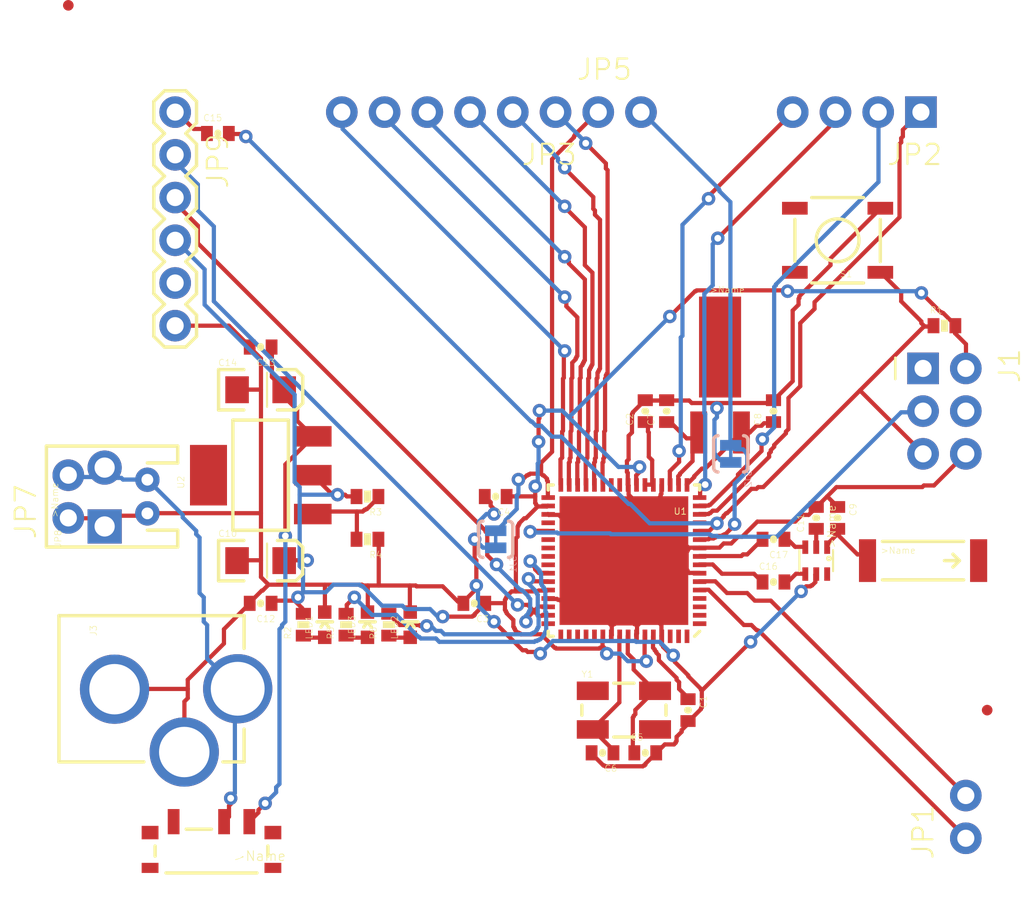
<source format=kicad_pcb>
(kicad_pcb (version 20171130) (host pcbnew "(5.1.2-1)-1")
  (layers (0 Top signal) (31 Bottom signal) (34 B.Paste user) (35 F.Paste user) (36 B.SilkS user) (37 F.SilkS user) (38 B.Mask user) (39 F.Mask user) (44 Edge.Cuts user))
  (net 0 "")
  (net 1 GND)
  (net 2 N$3)
  (net 3 N$4)
  (net 4 DVDD)
  (net 5 AVDD)
  (net 6 N$5)
  (net 7 N$6)
  (net 8 RFN)
  (net 9 RFP)
  (net 10 RFANT)
  (net 11 RESET)
  (net 12 RSTON)
  (net 13 TST)
  (net 14 CLKI)
  (net 15 AREF)
  (net 16 A0)
  (net 17 A1)
  (net 18 A2)
  (net 19 A3)
  (net 20 A4)
  (net 21 A5)
  (net 22 A6)
  (net 23 A7)
  (net 24 PG5)
  (net 25 PG2)
  (net 26 PG1)
  (net 27 PG0)
  (net 28 PE7)
  (net 29 PE6)
  (net 30 PE5)
  (net 31 PE4)
  (net 32 PE3)
  (net 33 PE2)
  (net 34 TX0)
  (net 35 RX0)
  (net 36 PD7)
  (net 37 PD6)
  (net 38 PD5)
  (net 39 PD4)
  (net 40 TX1)
  (net 41 RX1)
  (net 42 SDA)
  (net 43 SCL)
  (net 44 PB7)
  (net 45 PB6)
  (net 46 PB5)
  (net 47 PB4)
  (net 48 S$1)
  (net 49 MISO)
  (net 50 S$2)
  (net 51 MOSI)
  (net 52 SCK)
  (net 53 SSN)
  (net 54 3.3V)
  (net 55 VCC)
  (net 56 DTR)
  (net 57 N$2)
  (net 58 N$7)
  (net 59 FB)
  (net 60 N$10)
  (net 61 N$11)
  (net 62 N$8)
  (net 63 N$13)
  (net 64 N$9)
  (module QFN-64 (layer Top) (at 182.791100 85.953600 180.000000)
    (fp_text reference U1)
    (fp_text value ATMEGA128RFA1)
  )
  (module 0402-CAP (layer Top) (at 186.601100 94.843600 270.000000)
    (fp_text reference C1)
    (fp_text value 1uF)
  )
  (module 0402-CAP (layer Top) (at 184.061100 77.063600 90.000000)
    (fp_text reference C2)
    (fp_text value 1uF)
  )
  (module 0402-CAP (layer Top) (at 173.901100 88.493600 180.000000)
    (fp_text reference C3)
    (fp_text value 1uF)
  )
  (module 0402-CAP (layer Top) (at 175.171100 82.143600 180.000000)
    (fp_text reference C4)
    (fp_text value 1uF)
  )
  (module CRYSTAL-SMD-5X3 (layer Top) (at 182.791100 94.843600)
    (fp_text reference Y1)
    (fp_text value 16MHz)
  )
  (module 0402-CAP (layer Top) (at 184.061100 97.383600)
    (fp_text reference C5)
    (fp_text value 12pF)
  )
  (module 0402-CAP (layer Top) (at 181.521100 97.383600 180.000000)
    (fp_text reference C6)
    (fp_text value 12pF)
  )
  (module CRYSTAL-32KHZ-SMD (layer Top) (at 188.506100 78.333600)
    (fp_text reference Y2 hide)
    (fp_text value 32.768kHz hide)
  )
  (module 0402-CAP (layer Top) (at 185.331100 77.063600 90.000000)
    (fp_text reference C7)
    (fp_text value 12pF)
  )
  (module 0402-CAP (layer Top) (at 191.681100 77.063600 90.000000)
    (fp_text reference C8)
    (fp_text value 12pF)
  )
  (module BALUN (layer Top) (at 194.221100 85.953600 180.000000)
    (fp_text reference B1 hide)
    (fp_text value 748421245 hide)
  )
  (module 0402-CAP (layer Top) (at 194.221100 83.413600 90.000000)
    (fp_text reference C11)
    (fp_text value 22pF)
  )
  (module 0402-RES (layer Top) (at 201.841100 71.983600)
    (fp_text reference R1)
    (fp_text value 10k)
  )
  (module 2X3-NS (layer Top) (at 201.841100 77.063600 270.000000)
    (fp_text reference J1)
    (fp_text value ISP)
  )
  (module TACTILE_SWITCH_SMD (layer Top) (at 195.491100 66.903600 180.000000)
    (fp_text reference S1)
    (fp_text value "" hide)
  )
  (module 1X02_NO_SILK (layer Top) (at 203.111100 102.463600 90.000000)
    (fp_text reference JP1)
    (fp_text value "")
  )
  (module 1X04_NO_SILK (layer Top) (at 200.444100 59.283600 180.000000)
    (fp_text reference JP2)
    (fp_text value "")
  )
  (module 1X06_NS (layer Top) (at 178.727100 59.283600 180.000000)
    (fp_text reference JP3)
    (fp_text value "")
  )
  (module SJ_2S-TRACE (layer Bottom) (at 175.171100 84.683600 90.000000)
    (fp_text reference SJ1)
    (fp_text value "")
  )
  (module SJ_2S-TRACE (layer Bottom) (at 189.141100 79.603600 90.000000)
    (fp_text reference SJ2)
    (fp_text value "")
  )
  (module 1X02_NO_SILK (layer Top) (at 181.267100 59.283600)
    (fp_text reference JP5)
    (fp_text value "")
  )
  (module 0402-CAP (layer Top) (at 161.201100 88.493600 180.000000)
    (fp_text reference C12)
    (fp_text value 1uF)
  )
  (module 0402-CAP (layer Top) (at 161.201100 73.253600 180.000000)
    (fp_text reference C13)
    (fp_text value 0.1uF)
  )
  (module EIA3216 (layer Top) (at 161.201100 75.793600)
    (fp_text reference C14)
    (fp_text value 10uF)
  )
  (module POWER_JACK_PTH_LOCK (layer Top) (at 145.961100 93.573600 270.000000)
    (fp_text reference J3)
    (fp_text value POWER_JACKPTH_LOCK)
  )
  (module JST-2-PTH (layer Top) (at 154.470100 82.143600 90.000000)
    (fp_text reference JP6 hide)
    (fp_text value "" hide)
  )
  (module 1X02_NO_SILK (layer Top) (at 149.771100 83.413600 90.000000)
    (fp_text reference JP7)
    (fp_text value "")
  )
  (module SCREWTERMINAL-3.5MM-2-NS (layer Top) (at 151.930100 83.921600 90.000000)
    (fp_text reference JP8)
    (fp_text value "")
  )
  (module FTDI_BASIC (layer Top) (at 156.121100 59.283600 270.000000)
    (fp_text reference JP9)
    (fp_text value FTDI)
  )
  (module 0402-CAP (layer Top) (at 158.661100 60.553600)
    (fp_text reference C15)
    (fp_text value 0.1uF)
  )
  (module LED-0603 (layer Top) (at 165.011100 89.763600)
    (fp_text reference LED1)
    (fp_text value RED)
  )
  (module 0402-RES (layer Top) (at 163.741100 89.763600 90.000000)
    (fp_text reference R2)
    (fp_text value 1k)
  )
  (module LED-0603 (layer Top) (at 170.091100 89.763600)
    (fp_text reference LED2)
    (fp_text value GREEN)
  )
  (module 0402-CAP (layer Top) (at 195.491100 83.413600 270.000000)
    (fp_text reference C9)
    (fp_text value 0.75pF)
  )
  (module SOT223 (layer Top) (at 161.201100 80.873600 90.000000)
    (fp_text reference U2)
    (fp_text value LM1117)
  )
  (module 0402-RES (layer Top) (at 167.551100 82.143600 180.000000)
    (fp_text reference R3)
    (fp_text value 240)
  )
  (module 0402-RES (layer Top) (at 167.551100 84.683600 180.000000)
    (fp_text reference R4)
    (fp_text value 390)
  )
  (module EIA3216 (layer Top) (at 161.201100 85.953600)
    (fp_text reference C10)
    (fp_text value 10uF)
  )
  (module SWITCH-SPST-SMD-A (layer Top) (at 158.280100 103.225600 180.000000)
    (fp_text reference S2 hide)
    (fp_text value "" hide)
  )
  (module 0402-CAP (layer Top) (at 191.681100 87.223600)
    (fp_text reference C16)
    (fp_text value JUMP)
  )
  (module 0402-CAP (layer Top) (at 191.681100 84.683600 180.000000)
    (fp_text reference C17)
    (fp_text value JUMP)
  )
  (module LED-0603 (layer Top) (at 167.551100 89.763600)
    (fp_text reference LED3)
    (fp_text value GREEN)
  )
  (module 0402-RES (layer Top) (at 166.281100 89.763600 90.000000)
    (fp_text reference R5)
    (fp_text value 330)
  )
  (module 0402-RES (layer Top) (at 168.821100 89.763600 90.000000)
    (fp_text reference R6)
    (fp_text value 330)
  )
  (module ANTENNA-CHIP5 (layer Top) (at 200.571100 85.953600)
    (fp_text reference A1 hide)
    (fp_text value ANTENNA2SMD5 hide)
  )
  (module MICRO-FIDUCIAL (layer Top) (at 149.771100 52.933600)
    (fp_text reference FID1 hide)
    (fp_text value FIDUCIALUFIDUCIAL hide)
  )
  (module MICRO-FIDUCIAL (layer Top) (at 204.381100 94.843600)
    (fp_text reference FID2 hide)
    (fp_text value FIDUCIALUFIDUCIAL hide)
  )
  (gr_line (start 198.9201 73.8886) (end 198.9201 75.1586) (layer F.SilkS) (width 0.15))
  (segment (start 185.021103 90.433601) (end 185.021103 89.783601) (width 0.250000) (layer Top) (net 1))
  (segment (start 185.021103 89.783601) (end 184.121103 88.883601) (width 0.250000) (layer Top) (net 1))
  (segment (start 184.121103 88.883601) (end 184.121103 87.283601) (width 0.250000) (layer Top) (net 1))
  (segment (start 184.121103 87.283601) (end 182.771103 85.933601) (width 0.250000) (layer Top) (net 1))
  (segment (start 183.521103 90.433601) (end 183.521103 90.333601) (width 0.250000) (layer Top) (net 1))
  (segment (start 183.521103 90.333601) (end 183.571103 90.283601) (width 0.250000) (layer Top) (net 1))
  (segment (start 183.571103 90.283601) (end 183.571103 89.833601) (width 0.250000) (layer Top) (net 1))
  (segment (start 183.571103 89.833601) (end 184.321103 89.083601) (width 0.250000) (layer Top) (net 1))
  (segment (start 182.021103 90.433601) (end 182.071103 90.383601) (width 0.250000) (layer Top) (net 1))
  (segment (start 182.071103 90.383601) (end 182.071103 89.833601) (width 0.250000) (layer Top) (net 1))
  (segment (start 182.071103 89.833601) (end 182.171103 89.733601) (width 0.250000) (layer Top) (net 1))
  (segment (start 182.171103 89.733601) (end 182.221103 89.733601) (width 0.250000) (layer Top) (net 1))
  (segment (start 182.221103 89.733601) (end 182.271103 89.683601) (width 0.250000) (layer Top) (net 1))
  (segment (start 182.271103 89.683601) (end 183.371103 89.683601) (width 0.250000) (layer Top) (net 1))
  (segment (start 183.371103 89.683601) (end 183.421103 89.733601) (width 0.250000) (layer Top) (net 1))
  (segment (start 183.421103 89.733601) (end 183.471103 89.733601) (width 0.250000) (layer Top) (net 1))
  (segment (start 183.471103 89.733601) (end 183.571103 89.833601) (width 0.250000) (layer Top) (net 1))
  (segment (start 178.271103 88.183601) (end 178.321103 88.233601) (width 0.250000) (layer Top) (net 1))
  (segment (start 178.321103 88.233601) (end 178.821103 88.233601) (width 0.250000) (layer Top) (net 1))
  (segment (start 178.821103 88.233601) (end 178.871103 88.283601) (width 0.250000) (layer Top) (net 1))
  (segment (start 178.871103 88.283601) (end 178.971103 88.283601) (width 0.250000) (layer Top) (net 1))
  (segment (start 178.971103 88.283601) (end 179.371103 88.683601) (width 0.250000) (layer Top) (net 1))
  (segment (start 179.371103 88.683601) (end 180.921103 88.683601) (width 0.250000) (layer Top) (net 1))
  (segment (start 180.921103 88.683601) (end 182.071103 89.833601) (width 0.250000) (layer Top) (net 1))
  (segment (start 178.271103 83.183601) (end 178.321103 83.233601) (width 0.250000) (layer Top) (net 1))
  (segment (start 178.321103 83.233601) (end 178.921103 83.233601) (width 0.250000) (layer Top) (net 1))
  (segment (start 178.921103 83.233601) (end 180.271103 84.583601) (width 0.250000) (layer Top) (net 1))
  (segment (start 180.271103 84.583601) (end 181.421103 84.583601) (width 0.250000) (layer Top) (net 1))
  (segment (start 181.421103 84.583601) (end 182.771103 85.933601) (width 0.250000) (layer Top) (net 1))
  (segment (start 185.021103 81.433601) (end 185.021103 81.983601) (width 0.250000) (layer Top) (net 1))
  (segment (start 185.021103 81.983601) (end 184.971103 82.033601) (width 0.250000) (layer Top) (net 1))
  (segment (start 184.971103 82.033601) (end 184.971103 82.133601) (width 0.250000) (layer Top) (net 1))
  (segment (start 184.971103 82.133601) (end 181.971103 85.133601) (width 0.250000) (layer Top) (net 1))
  (segment (start 187.271103 85.183601) (end 186.621103 85.183601) (width 0.250000) (layer Top) (net 1))
  (segment (start 186.621103 85.183601) (end 184.271103 82.833601) (width 0.250000) (layer Top) (net 1))
  (segment (start 187.271103 86.683601) (end 186.671103 86.683601) (width 0.250000) (layer Top) (net 1))
  (segment (start 186.671103 86.683601) (end 186.571103 86.583601) (width 0.250000) (layer Top) (net 1))
  (segment (start 186.571103 86.583601) (end 186.571103 86.533601) (width 0.250000) (layer Top) (net 1))
  (segment (start 186.571103 86.533601) (end 186.521103 86.483601) (width 0.250000) (layer Top) (net 1))
  (segment (start 186.521103 86.483601) (end 186.521103 85.433601) (width 0.250000) (layer Top) (net 1))
  (segment (start 186.521103 85.433601) (end 186.571103 85.383601) (width 0.250000) (layer Top) (net 1))
  (segment (start 186.571103 85.383601) (end 186.571103 85.333601) (width 0.250000) (layer Top) (net 1))
  (segment (start 186.571103 85.333601) (end 186.621103 85.283601) (width 0.250000) (layer Top) (net 1))
  (segment (start 186.621103 85.283601) (end 186.621103 85.183601) (width 0.250000) (layer Top) (net 1))
  (segment (start 183.021103 81.433601) (end 183.071103 81.483601) (width 0.250000) (layer Top) (net 1))
  (segment (start 183.071103 81.483601) (end 183.071103 82.033601) (width 0.250000) (layer Top) (net 1))
  (segment (start 183.071103 82.033601) (end 184.071103 83.033601) (width 0.250000) (layer Top) (net 1))
  (segment (start 186.621103 95.483601) (end 186.671103 95.483601) (width 0.250000) (layer Top) (net 1))
  (segment (start 186.671103 95.483601) (end 187.371103 94.783601) (width 0.250000) (layer Top) (net 1))
  (segment (start 187.371103 94.783601) (end 187.371103 94.733601) (width 0.250000) (layer Top) (net 1))
  (segment (start 187.371103 94.733601) (end 187.421103 94.683601) (width 0.250000) (layer Top) (net 1))
  (segment (start 187.421103 94.683601) (end 187.421103 93.683601) (width 0.250000) (layer Top) (net 1))
  (segment (start 187.421103 93.683601) (end 187.371103 93.633601) (width 0.250000) (layer Top) (net 1))
  (segment (start 187.371103 93.633601) (end 187.371103 93.583601) (width 0.250000) (layer Top) (net 1))
  (segment (start 187.371103 93.583601) (end 186.621103 92.833601) (width 0.250000) (layer Top) (net 1))
  (segment (start 186.621103 92.833601) (end 186.621103 92.783601) (width 0.250000) (layer Top) (net 1))
  (segment (start 186.621103 92.783601) (end 185.821103 91.983601) (width 0.250000) (layer Top) (net 1))
  (segment (start 185.821103 91.983601) (end 185.821103 91.783601) (width 0.250000) (layer Top) (net 1))
  (segment (start 185.821103 91.783601) (end 185.121103 91.083601) (width 0.250000) (layer Top) (net 1))
  (segment (start 185.121103 91.083601) (end 185.121103 91.033601) (width 0.250000) (layer Top) (net 1))
  (segment (start 185.121103 91.033601) (end 185.021103 90.933601) (width 0.250000) (layer Top) (net 1))
  (segment (start 185.021103 90.933601) (end 185.021103 90.433601) (width 0.250000) (layer Top) (net 1))
  (segment (start 184.071103 76.433601) (end 184.021103 76.433601) (width 0.250000) (layer Top) (net 1))
  (segment (start 184.021103 76.433601) (end 183.321103 77.133601) (width 0.250000) (layer Top) (net 1))
  (segment (start 183.321103 77.133601) (end 183.321103 77.183601) (width 0.250000) (layer Top) (net 1))
  (segment (start 183.321103 77.183601) (end 183.271103 77.233601) (width 0.250000) (layer Top) (net 1))
  (segment (start 183.271103 77.233601) (end 183.271103 78.333601) (width 0.250000) (layer Top) (net 1))
  (segment (start 183.271103 78.333601) (end 183.071103 78.533601) (width 0.250000) (layer Top) (net 1))
  (segment (start 183.071103 78.533601) (end 183.071103 79.933601) (width 0.250000) (layer Top) (net 1))
  (segment (start 183.071103 79.933601) (end 182.971103 80.033601) (width 0.250000) (layer Top) (net 1))
  (segment (start 182.971103 80.033601) (end 182.971103 80.683601) (width 0.250000) (layer Top) (net 1))
  (segment (start 182.971103 80.683601) (end 183.021103 80.733601) (width 0.250000) (layer Top) (net 1))
  (segment (start 183.021103 80.733601) (end 183.021103 81.433601) (width 0.250000) (layer Top) (net 1))
  (segment (start 173.271102 88.483601) (end 173.271102 88.383601) (width 0.250000) (layer Top) (net 1))
  (segment (start 173.271102 88.383601) (end 174.021102 87.633601) (width 0.250000) (layer Top) (net 1))
  (segment (start 174.021102 87.633601) (end 174.021102 87.433601) (width 0.250000) (layer Top) (net 1))
  (segment (start 174.021102 87.433601) (end 174.021102 87.483601) (width 0.250000) (layer Bottom) (net 1))
  (segment (start 174.021102 87.483601) (end 174.121102 87.583601) (width 0.250000) (layer Bottom) (net 1))
  (segment (start 174.121102 87.583601) (end 174.121102 88.633601) (width 0.250000) (layer Bottom) (net 1))
  (segment (start 174.121102 88.633601) (end 175.071102 89.583601) (width 0.250000) (layer Bottom) (net 1))
  (segment (start 175.071102 89.583601) (end 176.771103 91.283601) (width 0.250000) (layer Top) (net 1))
  (segment (start 176.771103 91.283601) (end 176.971103 91.283601) (width 0.250000) (layer Top) (net 1))
  (segment (start 176.971103 91.283601) (end 177.071103 91.383601) (width 0.250000) (layer Top) (net 1))
  (segment (start 177.071103 91.383601) (end 177.721103 91.383601) (width 0.250000) (layer Top) (net 1))
  (segment (start 177.721103 91.383601) (end 177.821103 91.483601) (width 0.250000) (layer Top) (net 1))
  (segment (start 177.821103 91.483601) (end 178.571103 90.733601) (width 0.250000) (layer Bottom) (net 1))
  (segment (start 178.571103 90.733601) (end 183.471103 90.733601) (width 0.250000) (layer Bottom) (net 1))
  (segment (start 183.471103 90.733601) (end 183.521103 90.783601) (width 0.250000) (layer Bottom) (net 1))
  (segment (start 183.521103 90.783601) (end 184.921103 90.783601) (width 0.250000) (layer Bottom) (net 1))
  (segment (start 184.921103 90.783601) (end 185.721103 91.583601) (width 0.250000) (layer Bottom) (net 1))
  (segment (start 185.721103 91.583601) (end 185.671103 91.633601) (width 0.250000) (layer Top) (net 1))
  (segment (start 174.521102 82.133601) (end 174.871102 82.483601) (width 0.250000) (layer Top) (net 1))
  (segment (start 174.871102 82.483601) (end 174.871102 82.683601) (width 0.250000) (layer Top) (net 1))
  (segment (start 174.871102 82.683601) (end 175.071102 82.883601) (width 0.250000) (layer Top) (net 1))
  (segment (start 175.071102 82.883601) (end 175.071102 83.183601) (width 0.250000) (layer Top) (net 1))
  (segment (start 175.071102 83.183601) (end 174.621102 83.183601) (width 0.250000) (layer Bottom) (net 1))
  (segment (start 174.621102 83.183601) (end 174.171102 83.633601) (width 0.250000) (layer Bottom) (net 1))
  (segment (start 174.171102 83.633601) (end 174.171102 84.333601) (width 0.250000) (layer Bottom) (net 1))
  (segment (start 174.171102 84.333601) (end 173.921102 84.583601) (width 0.250000) (layer Bottom) (net 1))
  (segment (start 173.921102 84.583601) (end 173.921102 84.683601) (width 0.250000) (layer Bottom) (net 1))
  (segment (start 173.921102 84.683601) (end 173.921102 85.833601) (width 0.250000) (layer Top) (net 1))
  (segment (start 173.921102 85.833601) (end 174.021102 85.933601) (width 0.250000) (layer Top) (net 1))
  (segment (start 174.021102 85.933601) (end 174.021102 87.433601) (width 0.250000) (layer Top) (net 1))
  (segment (start 184.721103 97.383601) (end 185.221103 96.883601) (width 0.250000) (layer Top) (net 1))
  (segment (start 185.221103 96.883601) (end 185.771103 96.883601) (width 0.250000) (layer Top) (net 1))
  (segment (start 185.771103 96.883601) (end 185.871103 96.783601) (width 0.250000) (layer Top) (net 1))
  (segment (start 185.871103 96.783601) (end 185.871103 96.733601) (width 0.250000) (layer Top) (net 1))
  (segment (start 185.871103 96.733601) (end 185.921103 96.683601) (width 0.250000) (layer Top) (net 1))
  (segment (start 185.921103 96.683601) (end 185.921103 96.433601) (width 0.250000) (layer Top) (net 1))
  (segment (start 185.921103 96.433601) (end 186.221103 96.133601) (width 0.250000) (layer Top) (net 1))
  (segment (start 186.221103 96.133601) (end 186.221103 96.033601) (width 0.250000) (layer Top) (net 1))
  (segment (start 186.221103 96.033601) (end 186.471103 95.783601) (width 0.250000) (layer Top) (net 1))
  (segment (start 186.471103 95.783601) (end 186.471103 95.633601) (width 0.250000) (layer Top) (net 1))
  (segment (start 186.471103 95.633601) (end 186.621103 95.483601) (width 0.250000) (layer Top) (net 1))
  (segment (start 180.871103 97.383601) (end 180.871103 97.433601) (width 0.250000) (layer Top) (net 1))
  (segment (start 180.871103 97.433601) (end 181.571103 98.133601) (width 0.250000) (layer Top) (net 1))
  (segment (start 181.571103 98.133601) (end 181.621103 98.133601) (width 0.250000) (layer Top) (net 1))
  (segment (start 181.621103 98.133601) (end 181.671103 98.183601) (width 0.250000) (layer Top) (net 1))
  (segment (start 181.671103 98.183601) (end 183.921103 98.183601) (width 0.250000) (layer Top) (net 1))
  (segment (start 183.921103 98.183601) (end 183.971103 98.133601) (width 0.250000) (layer Top) (net 1))
  (segment (start 183.971103 98.133601) (end 184.021103 98.133601) (width 0.250000) (layer Top) (net 1))
  (segment (start 184.021103 98.133601) (end 184.071103 98.083601) (width 0.250000) (layer Top) (net 1))
  (segment (start 184.071103 98.083601) (end 184.071103 98.033601) (width 0.250000) (layer Top) (net 1))
  (segment (start 184.071103 98.033601) (end 184.721103 97.383601) (width 0.250000) (layer Top) (net 1))
  (segment (start 185.321103 76.433601) (end 184.071103 76.433601) (width 0.250000) (layer Top) (net 1))
  (segment (start 191.671103 76.433601) (end 191.621103 76.433601) (width 0.250000) (layer Top) (net 1))
  (segment (start 191.621103 76.433601) (end 191.471103 76.583601) (width 0.250000) (layer Top) (net 1))
  (segment (start 191.471103 76.583601) (end 186.821103 76.583601) (width 0.250000) (layer Top) (net 1))
  (segment (start 186.821103 76.583601) (end 186.671103 76.433601) (width 0.250000) (layer Top) (net 1))
  (segment (start 186.671103 76.433601) (end 185.321103 76.433601) (width 0.250000) (layer Top) (net 1))
  (segment (start 194.221103 86.733601) (end 194.171103 86.783601) (width 0.250000) (layer Top) (net 1))
  (segment (start 194.171103 86.783601) (end 194.171103 87.233601) (width 0.250000) (layer Top) (net 1))
  (segment (start 194.171103 87.233601) (end 193.971103 87.433601) (width 0.250000) (layer Top) (net 1))
  (segment (start 193.971103 87.433601) (end 193.921103 87.433601) (width 0.250000) (layer Top) (net 1))
  (segment (start 193.921103 87.433601) (end 193.871103 87.483601) (width 0.250000) (layer Top) (net 1))
  (segment (start 193.871103 87.483601) (end 193.621103 87.483601) (width 0.250000) (layer Top) (net 1))
  (segment (start 193.621103 87.483601) (end 193.321103 87.783601) (width 0.250000) (layer Top) (net 1))
  (segment (start 193.321103 87.783601) (end 190.321103 90.783601) (width 0.250000) (layer Bottom) (net 1))
  (segment (start 190.321103 90.783601) (end 187.421103 93.683601) (width 0.250000) (layer Top) (net 1))
  (segment (start 194.221103 82.783601) (end 193.771103 83.233601) (width 0.250000) (layer Top) (net 1))
  (segment (start 193.771103 83.233601) (end 193.371103 83.233601) (width 0.250000) (layer Top) (net 1))
  (segment (start 193.371103 83.233601) (end 192.971103 83.633601) (width 0.250000) (layer Top) (net 1))
  (segment (start 192.971103 83.633601) (end 190.721103 83.633601) (width 0.250000) (layer Top) (net 1))
  (segment (start 190.721103 83.633601) (end 189.821103 84.533601) (width 0.250000) (layer Top) (net 1))
  (segment (start 189.821103 84.533601) (end 189.571103 84.533601) (width 0.250000) (layer Top) (net 1))
  (segment (start 189.571103 84.533601) (end 189.171103 84.933601) (width 0.250000) (layer Top) (net 1))
  (segment (start 189.171103 84.933601) (end 188.721103 84.933601) (width 0.250000) (layer Top) (net 1))
  (segment (start 188.721103 84.933601) (end 188.471103 85.183601) (width 0.250000) (layer Top) (net 1))
  (segment (start 188.471103 85.183601) (end 187.271103 85.183601) (width 0.250000) (layer Top) (net 1))
  (segment (start 203.121103 79.583601) (end 201.221103 81.483601) (width 0.250000) (layer Top) (net 1))
  (segment (start 201.221103 81.483601) (end 200.621103 81.483601) (width 0.250000) (layer Top) (net 1))
  (segment (start 200.621103 81.483601) (end 200.521103 81.583601) (width 0.250000) (layer Top) (net 1))
  (segment (start 200.521103 81.583601) (end 195.421103 81.583601) (width 0.250000) (layer Top) (net 1))
  (segment (start 195.421103 81.583601) (end 194.221103 82.783601) (width 0.250000) (layer Top) (net 1))
  (segment (start 198.021103 64.983601) (end 198.021103 65.033601) (width 0.250000) (layer Top) (net 1))
  (segment (start 198.021103 65.033601) (end 195.071103 67.983601) (width 0.250000) (layer Top) (net 1))
  (segment (start 195.071103 67.983601) (end 195.071103 68.383601) (width 0.250000) (layer Top) (net 1))
  (segment (start 195.071103 68.383601) (end 193.221103 70.233601) (width 0.250000) (layer Top) (net 1))
  (segment (start 193.221103 70.233601) (end 193.221103 70.333601) (width 0.250000) (layer Top) (net 1))
  (segment (start 193.221103 70.333601) (end 193.171103 70.383601) (width 0.250000) (layer Top) (net 1))
  (segment (start 193.171103 70.383601) (end 193.171103 70.733601) (width 0.250000) (layer Top) (net 1))
  (segment (start 193.171103 70.733601) (end 192.821103 71.083601) (width 0.250000) (layer Top) (net 1))
  (segment (start 192.821103 71.083601) (end 192.821103 75.283601) (width 0.250000) (layer Top) (net 1))
  (segment (start 192.821103 75.283601) (end 191.671103 76.433601) (width 0.250000) (layer Top) (net 1))
  (segment (start 175.171102 85.183601) (end 174.421102 85.183601) (width 0.250000) (layer Bottom) (net 1))
  (segment (start 174.421102 85.183601) (end 173.921102 84.683601) (width 0.250000) (layer Bottom) (net 1))
  (segment (start 189.121103 80.133601) (end 188.971103 79.983601) (width 0.250000) (layer Bottom) (net 1))
  (segment (start 188.971103 79.983601) (end 188.521103 79.983601) (width 0.250000) (layer Bottom) (net 1))
  (segment (start 188.521103 79.983601) (end 188.221103 79.683601) (width 0.250000) (layer Bottom) (net 1))
  (segment (start 188.221103 79.683601) (end 188.221103 79.633601) (width 0.250000) (layer Bottom) (net 1))
  (segment (start 188.221103 79.633601) (end 188.171103 79.583601) (width 0.250000) (layer Bottom) (net 1))
  (segment (start 188.171103 79.583601) (end 188.171103 77.583601) (width 0.250000) (layer Bottom) (net 1))
  (segment (start 188.171103 77.583601) (end 188.321103 77.433601) (width 0.250000) (layer Bottom) (net 1))
  (segment (start 188.321103 77.433601) (end 188.321103 76.883601) (width 0.250000) (layer Bottom) (net 1))
  (segment (start 188.321103 76.883601) (end 188.321103 76.583601) (width 0.250000) (layer Top) (net 1))
  (segment (start 160.571102 88.483601) (end 160.571102 88.433601) (width 0.250000) (layer Top) (net 1))
  (segment (start 160.571102 88.433601) (end 161.271102 87.733601) (width 0.250000) (layer Top) (net 1))
  (segment (start 161.271102 87.733601) (end 161.321102 87.733601) (width 0.250000) (layer Top) (net 1))
  (segment (start 161.321102 87.733601) (end 161.671102 87.383601) (width 0.250000) (layer Top) (net 1))
  (segment (start 161.671102 87.383601) (end 167.221102 87.383601) (width 0.250000) (layer Top) (net 1))
  (segment (start 167.221102 87.383601) (end 167.271102 87.433601) (width 0.250000) (layer Top) (net 1))
  (segment (start 167.271102 87.433601) (end 170.421102 87.433601) (width 0.250000) (layer Top) (net 1))
  (segment (start 170.421102 87.433601) (end 170.471102 87.483601) (width 0.250000) (layer Top) (net 1))
  (segment (start 170.471102 87.483601) (end 172.021102 87.483601) (width 0.250000) (layer Top) (net 1))
  (segment (start 172.021102 87.483601) (end 172.921102 88.383601) (width 0.250000) (layer Top) (net 1))
  (segment (start 172.921102 88.383601) (end 173.271102 88.383601) (width 0.250000) (layer Top) (net 1))
  (segment (start 160.571102 73.233601) (end 160.571102 73.283601) (width 0.250000) (layer Top) (net 1))
  (segment (start 160.571102 73.283601) (end 161.221102 73.933601) (width 0.250000) (layer Top) (net 1))
  (segment (start 161.221102 73.933601) (end 161.221102 86.933601) (width 0.250000) (layer Top) (net 1))
  (segment (start 161.221102 86.933601) (end 161.671102 87.383601) (width 0.250000) (layer Top) (net 1))
  (segment (start 159.821102 75.783601) (end 161.221102 75.783601) (width 0.250000) (layer Top) (net 1))
  (segment (start 156.671102 97.333601) (end 156.671102 94.333601) (width 0.250000) (layer Top) (net 1))
  (segment (start 156.671102 94.333601) (end 156.871102 94.133601) (width 0.250000) (layer Top) (net 1))
  (segment (start 156.871102 94.133601) (end 156.871102 93.033601) (width 0.250000) (layer Top) (net 1))
  (segment (start 156.871102 93.033601) (end 159.021102 90.883601) (width 0.250000) (layer Top) (net 1))
  (segment (start 159.021102 90.883601) (end 159.021102 90.033601) (width 0.250000) (layer Top) (net 1))
  (segment (start 159.021102 90.033601) (end 160.571102 88.483601) (width 0.250000) (layer Top) (net 1))
  (segment (start 152.521102 93.583601) (end 156.871102 93.583601) (width 0.250000) (layer Top) (net 1))
  (segment (start 154.471102 83.133601) (end 161.221102 83.133601) (width 0.250000) (layer Top) (net 1))
  (segment (start 149.771102 83.433601) (end 151.221102 83.433601) (width 0.250000) (layer Top) (net 1))
  (segment (start 151.221102 83.433601) (end 151.371102 83.283601) (width 0.250000) (layer Top) (net 1))
  (segment (start 151.371102 83.283601) (end 154.321102 83.283601) (width 0.250000) (layer Top) (net 1))
  (segment (start 154.321102 83.283601) (end 154.471102 83.133601) (width 0.250000) (layer Top) (net 1))
  (segment (start 151.921102 83.933601) (end 151.921102 83.283601) (width 0.250000) (layer Top) (net 1))
  (segment (start 156.121102 71.983601) (end 159.321102 71.983601) (width 0.250000) (layer Top) (net 1))
  (segment (start 159.321102 71.983601) (end 160.571102 73.233601) (width 0.250000) (layer Top) (net 1))
  (segment (start 165.021102 89.033601) (end 165.021102 87.383601) (width 0.250000) (layer Top) (net 1))
  (segment (start 170.071102 89.033601) (end 170.071102 87.433601) (width 0.250000) (layer Top) (net 1))
  (segment (start 195.471103 82.783601) (end 195.471103 82.733601) (width 0.250000) (layer Top) (net 1))
  (segment (start 195.471103 82.733601) (end 194.871103 82.133601) (width 0.250000) (layer Top) (net 1))
  (segment (start 168.221102 84.683601) (end 168.221102 87.433601) (width 0.250000) (layer Top) (net 1))
  (segment (start 159.821102 85.933601) (end 161.221102 85.933601) (width 0.250000) (layer Top) (net 1))
  (segment (start 167.571102 89.033601) (end 167.571102 87.433601) (width 0.250000) (layer Top) (net 1))
  (via (at 174.021102 87.433601) (size 0.800000) (layers Top Bottom) (net 1))
  (via (at 175.071102 89.583601) (size 0.800000) (layers Top Bottom) (net 1))
  (via (at 177.821103 91.483601) (size 0.800000) (layers Top Bottom) (net 1))
  (via (at 185.721103 91.583601) (size 0.800000) (layers Top Bottom) (net 1))
  (via (at 175.071102 83.183601) (size 0.800000) (layers Top Bottom) (net 1))
  (via (at 173.921102 84.683601) (size 0.800000) (layers Top Bottom) (net 1))
  (via (at 193.321103 87.783601) (size 0.800000) (layers Top Bottom) (net 1))
  (via (at 190.321103 90.783601) (size 0.800000) (layers Top Bottom) (net 1))
  (via (at 188.321103 76.883601) (size 0.800000) (layers Top Bottom) (net 1))
  (segment (start 184.621103 93.683601) (end 183.371103 92.433601) (width 0.250000) (layer Top) (net 2))
  (segment (start 183.371103 92.433601) (end 183.371103 91.833601) (width 0.250000) (layer Top) (net 2))
  (segment (start 183.371103 91.833601) (end 183.021103 91.483601) (width 0.250000) (layer Top) (net 2))
  (segment (start 183.021103 91.483601) (end 183.021103 90.433601) (width 0.250000) (layer Top) (net 2))
  (segment (start 183.421103 97.383601) (end 183.421103 97.333601) (width 0.250000) (layer Top) (net 2))
  (segment (start 183.421103 97.333601) (end 183.321103 97.233601) (width 0.250000) (layer Top) (net 2))
  (segment (start 183.321103 97.233601) (end 183.321103 95.283601) (width 0.250000) (layer Top) (net 2))
  (segment (start 183.321103 95.283601) (end 183.371103 95.233601) (width 0.250000) (layer Top) (net 2))
  (segment (start 183.371103 95.233601) (end 183.371103 95.183601) (width 0.250000) (layer Top) (net 2))
  (segment (start 183.371103 95.183601) (end 183.471103 95.083601) (width 0.250000) (layer Top) (net 2))
  (segment (start 183.471103 95.083601) (end 183.471103 94.833601) (width 0.250000) (layer Top) (net 2))
  (segment (start 183.471103 94.833601) (end 184.621103 93.683601) (width 0.250000) (layer Top) (net 2))
  (segment (start 180.921103 95.983601) (end 182.521103 94.383601) (width 0.250000) (layer Top) (net 3))
  (segment (start 182.521103 94.383601) (end 182.521103 90.433601) (width 0.250000) (layer Top) (net 3))
  (segment (start 182.171103 97.383601) (end 182.171103 97.333601) (width 0.250000) (layer Top) (net 3))
  (segment (start 182.171103 97.333601) (end 182.071103 97.233601) (width 0.250000) (layer Top) (net 3))
  (segment (start 182.071103 97.233601) (end 182.071103 97.133601) (width 0.250000) (layer Top) (net 3))
  (segment (start 182.071103 97.133601) (end 180.921103 95.983601) (width 0.250000) (layer Top) (net 3))
  (segment (start 184.021103 81.433601) (end 184.521103 81.433601) (width 0.250000) (layer Top) (net 4))
  (segment (start 184.071103 77.733601) (end 184.071103 77.783601) (width 0.250000) (layer Top) (net 4))
  (segment (start 184.071103 77.783601) (end 184.221103 77.933601) (width 0.250000) (layer Top) (net 4))
  (segment (start 184.221103 77.933601) (end 184.221103 78.283601) (width 0.250000) (layer Top) (net 4))
  (segment (start 184.221103 78.283601) (end 184.271103 78.333601) (width 0.250000) (layer Top) (net 4))
  (segment (start 184.271103 78.333601) (end 184.271103 79.783601) (width 0.250000) (layer Top) (net 4))
  (segment (start 184.271103 79.783601) (end 184.471103 79.983601) (width 0.250000) (layer Top) (net 4))
  (segment (start 184.471103 79.983601) (end 184.471103 81.433601) (width 0.250000) (layer Top) (net 4))
  (segment (start 186.621103 94.183601) (end 186.621103 94.133601) (width 0.250000) (layer Top) (net 5))
  (segment (start 186.621103 94.133601) (end 186.071103 93.583601) (width 0.250000) (layer Top) (net 5))
  (segment (start 186.071103 93.583601) (end 186.071103 93.183601) (width 0.250000) (layer Top) (net 5))
  (segment (start 186.071103 93.183601) (end 185.921103 93.033601) (width 0.250000) (layer Top) (net 5))
  (segment (start 185.921103 93.033601) (end 185.921103 92.933601) (width 0.250000) (layer Top) (net 5))
  (segment (start 185.921103 92.933601) (end 184.871103 91.883601) (width 0.250000) (layer Top) (net 5))
  (segment (start 184.871103 91.883601) (end 184.871103 91.583601) (width 0.250000) (layer Top) (net 5))
  (segment (start 184.871103 91.583601) (end 184.721103 91.433601) (width 0.250000) (layer Top) (net 5))
  (segment (start 184.721103 91.433601) (end 184.721103 91.383601) (width 0.250000) (layer Top) (net 5))
  (segment (start 184.721103 91.383601) (end 184.621103 91.283601) (width 0.250000) (layer Top) (net 5))
  (segment (start 184.621103 91.283601) (end 184.621103 91.233601) (width 0.250000) (layer Top) (net 5))
  (segment (start 184.621103 91.233601) (end 184.521103 91.133601) (width 0.250000) (layer Top) (net 5))
  (segment (start 184.521103 91.133601) (end 184.521103 90.433601) (width 0.250000) (layer Top) (net 5))
  (segment (start 187.221103 78.333601) (end 186.871103 78.683601) (width 0.250000) (layer Top) (net 6))
  (segment (start 186.871103 78.683601) (end 186.871103 80.033601) (width 0.250000) (layer Top) (net 6))
  (segment (start 186.871103 80.033601) (end 186.121103 80.783601) (width 0.250000) (layer Top) (net 6))
  (segment (start 186.121103 80.783601) (end 186.121103 80.833601) (width 0.250000) (layer Top) (net 6))
  (segment (start 186.121103 80.833601) (end 186.021103 80.933601) (width 0.250000) (layer Top) (net 6))
  (segment (start 186.021103 80.933601) (end 186.021103 81.433601) (width 0.250000) (layer Top) (net 6))
  (segment (start 185.321103 77.733601) (end 185.571103 77.733601) (width 0.250000) (layer Top) (net 6))
  (segment (start 185.571103 77.733601) (end 186.521103 78.683601) (width 0.250000) (layer Top) (net 6))
  (segment (start 186.521103 78.683601) (end 186.871103 78.683601) (width 0.250000) (layer Top) (net 6))
  (segment (start 189.771103 78.333601) (end 187.621103 80.483601) (width 0.250000) (layer Top) (net 7))
  (segment (start 187.621103 80.483601) (end 187.421103 80.483601) (width 0.250000) (layer Top) (net 7))
  (segment (start 187.421103 80.483601) (end 186.971103 80.933601) (width 0.250000) (layer Top) (net 7))
  (segment (start 186.971103 80.933601) (end 186.971103 80.983601) (width 0.250000) (layer Top) (net 7))
  (segment (start 186.971103 80.983601) (end 186.521103 81.433601) (width 0.250000) (layer Top) (net 7))
  (segment (start 191.671103 77.733601) (end 191.621103 77.783601) (width 0.250000) (layer Top) (net 7))
  (segment (start 191.621103 77.783601) (end 191.121103 77.783601) (width 0.250000) (layer Top) (net 7))
  (segment (start 191.121103 77.783601) (end 190.971103 77.933601) (width 0.250000) (layer Top) (net 7))
  (segment (start 190.971103 77.933601) (end 190.671103 77.933601) (width 0.250000) (layer Top) (net 7))
  (segment (start 190.671103 77.933601) (end 190.271103 78.333601) (width 0.250000) (layer Top) (net 7))
  (segment (start 190.271103 78.333601) (end 189.771103 78.333601) (width 0.250000) (layer Top) (net 7))
  (segment (start 191.021103 84.683601) (end 190.121103 85.583601) (width 0.250000) (layer Top) (net 8))
  (segment (start 190.121103 85.583601) (end 189.871103 85.583601) (width 0.250000) (layer Top) (net 8))
  (segment (start 189.871103 85.583601) (end 189.771103 85.683601) (width 0.250000) (layer Top) (net 8))
  (segment (start 189.771103 85.683601) (end 187.271103 85.683601) (width 0.250000) (layer Top) (net 8))
  (segment (start 191.021103 87.233601) (end 190.521103 86.733601) (width 0.250000) (layer Top) (net 9))
  (segment (start 190.521103 86.733601) (end 188.621103 86.733601) (width 0.250000) (layer Top) (net 9))
  (segment (start 188.621103 86.733601) (end 188.071103 86.183601) (width 0.250000) (layer Top) (net 9))
  (segment (start 188.071103 86.183601) (end 187.271103 86.183601) (width 0.250000) (layer Top) (net 9))
  (segment (start 195.471103 84.083601) (end 195.421103 84.133601) (width 0.250000) (layer Top) (net 10))
  (segment (start 195.421103 84.133601) (end 195.421103 84.433601) (width 0.250000) (layer Top) (net 10))
  (segment (start 195.421103 84.433601) (end 194.871103 84.983601) (width 0.250000) (layer Top) (net 10))
  (segment (start 194.871103 84.983601) (end 194.871103 85.133601) (width 0.250000) (layer Top) (net 10))
  (segment (start 197.271103 85.933601) (end 196.921103 85.583601) (width 0.250000) (layer Top) (net 10))
  (segment (start 196.921103 85.583601) (end 196.671103 85.583601) (width 0.250000) (layer Top) (net 10))
  (segment (start 196.671103 85.583601) (end 195.521103 84.433601) (width 0.250000) (layer Top) (net 10))
  (segment (start 195.521103 84.433601) (end 195.421103 84.433601) (width 0.250000) (layer Top) (net 10))
  (segment (start 201.171103 71.983601) (end 201.121103 72.033601) (width 0.250000) (layer Top) (net 11))
  (segment (start 201.121103 72.033601) (end 200.621103 72.033601) (width 0.250000) (layer Top) (net 11))
  (segment (start 200.621103 72.033601) (end 191.071103 81.583601) (width 0.250000) (layer Top) (net 11))
  (segment (start 191.071103 81.583601) (end 190.771103 81.583601) (width 0.250000) (layer Top) (net 11))
  (segment (start 190.771103 81.583601) (end 190.671103 81.683601) (width 0.250000) (layer Top) (net 11))
  (segment (start 190.671103 81.683601) (end 190.371103 81.683601) (width 0.250000) (layer Top) (net 11))
  (segment (start 190.371103 81.683601) (end 188.921103 83.133601) (width 0.250000) (layer Top) (net 11))
  (segment (start 188.921103 83.133601) (end 188.871103 83.133601) (width 0.250000) (layer Top) (net 11))
  (segment (start 188.871103 83.133601) (end 188.721103 83.283601) (width 0.250000) (layer Top) (net 11))
  (segment (start 188.721103 83.283601) (end 188.721103 83.333601) (width 0.250000) (layer Top) (net 11))
  (segment (start 188.721103 83.333601) (end 187.871103 84.183601) (width 0.250000) (layer Top) (net 11))
  (segment (start 187.871103 84.183601) (end 187.271103 84.183601) (width 0.250000) (layer Top) (net 11))
  (segment (start 200.571103 79.583601) (end 196.821103 75.833601) (width 0.250000) (layer Top) (net 11))
  (segment (start 198.021103 68.783601) (end 199.271103 70.033601) (width 0.250000) (layer Top) (net 11))
  (segment (start 199.271103 70.033601) (end 199.271103 70.533601) (width 0.250000) (layer Top) (net 11))
  (segment (start 199.271103 70.533601) (end 200.471103 71.733601) (width 0.250000) (layer Top) (net 11))
  (segment (start 200.471103 71.733601) (end 200.471103 71.833601) (width 0.250000) (layer Top) (net 11))
  (segment (start 200.471103 71.833601) (end 200.621103 71.983601) (width 0.250000) (layer Top) (net 11))
  (segment (start 200.621103 71.983601) (end 200.621103 72.033601) (width 0.250000) (layer Top) (net 11))
  (segment (start 159.321102 60.533601) (end 159.371102 60.583601) (width 0.250000) (layer Top) (net 11))
  (segment (start 159.371102 60.583601) (end 160.171102 60.583601) (width 0.250000) (layer Top) (net 11))
  (segment (start 160.171102 60.583601) (end 160.321102 60.733601) (width 0.250000) (layer Top) (net 11))
  (segment (start 160.321102 60.733601) (end 177.271103 77.683601) (width 0.250000) (layer Bottom) (net 11))
  (segment (start 177.271103 77.683601) (end 177.321103 77.683601) (width 0.250000) (layer Bottom) (net 11))
  (segment (start 177.321103 77.683601) (end 177.571103 77.933601) (width 0.250000) (layer Bottom) (net 11))
  (segment (start 177.571103 77.933601) (end 177.871103 77.933601) (width 0.250000) (layer Bottom) (net 11))
  (segment (start 177.871103 77.933601) (end 178.521103 78.583601) (width 0.250000) (layer Bottom) (net 11))
  (segment (start 178.521103 78.583601) (end 179.071103 78.583601) (width 0.250000) (layer Bottom) (net 11))
  (segment (start 179.071103 78.583601) (end 183.071103 82.583601) (width 0.250000) (layer Bottom) (net 11))
  (segment (start 183.071103 82.583601) (end 183.171103 82.583601) (width 0.250000) (layer Bottom) (net 11))
  (segment (start 183.171103 82.583601) (end 184.321103 83.733601) (width 0.250000) (layer Bottom) (net 11))
  (segment (start 184.321103 83.733601) (end 188.321103 83.733601) (width 0.250000) (layer Bottom) (net 11))
  (via (at 160.321102 60.733601) (size 0.800000) (layers Top Bottom) (net 11))
  (via (at 188.321103 83.733601) (size 0.800000) (layers Top Bottom) (net 11))
  (segment (start 189.121103 79.083601) (end 189.171103 79.083601) (width 0.250000) (layer Bottom) (net 13))
  (segment (start 189.171103 79.083601) (end 189.421103 79.333601) (width 0.250000) (layer Bottom) (net 13))
  (segment (start 189.421103 79.333601) (end 189.871103 79.333601) (width 0.250000) (layer Bottom) (net 13))
  (segment (start 189.871103 79.333601) (end 190.071103 79.533601) (width 0.250000) (layer Bottom) (net 13))
  (segment (start 190.071103 79.533601) (end 190.071103 79.583601) (width 0.250000) (layer Bottom) (net 13))
  (segment (start 190.071103 79.583601) (end 190.121103 79.633601) (width 0.250000) (layer Bottom) (net 13))
  (segment (start 190.121103 79.633601) (end 190.121103 80.583601) (width 0.250000) (layer Bottom) (net 13))
  (segment (start 190.121103 80.583601) (end 190.071103 80.633601) (width 0.250000) (layer Bottom) (net 13))
  (segment (start 190.071103 80.633601) (end 190.071103 80.683601) (width 0.250000) (layer Bottom) (net 13))
  (segment (start 190.071103 80.683601) (end 189.371103 81.383601) (width 0.250000) (layer Bottom) (net 13))
  (segment (start 189.371103 81.383601) (end 189.371103 83.783601) (width 0.250000) (layer Bottom) (net 13))
  (segment (start 189.371103 83.783601) (end 189.121103 84.033601) (width 0.250000) (layer Top) (net 13))
  (segment (start 189.121103 84.033601) (end 189.121103 84.083601) (width 0.250000) (layer Top) (net 13))
  (segment (start 189.121103 84.083601) (end 188.821103 84.383601) (width 0.250000) (layer Top) (net 13))
  (segment (start 188.821103 84.383601) (end 188.771103 84.383601) (width 0.250000) (layer Top) (net 13))
  (segment (start 188.771103 84.383601) (end 188.721103 84.433601) (width 0.250000) (layer Top) (net 13))
  (segment (start 188.721103 84.433601) (end 188.671103 84.433601) (width 0.250000) (layer Top) (net 13))
  (segment (start 188.671103 84.433601) (end 188.621103 84.483601) (width 0.250000) (layer Top) (net 13))
  (segment (start 188.621103 84.483601) (end 188.321103 84.483601) (width 0.250000) (layer Top) (net 13))
  (segment (start 188.321103 84.483601) (end 188.221103 84.583601) (width 0.250000) (layer Top) (net 13))
  (segment (start 188.221103 84.583601) (end 188.171103 84.583601) (width 0.250000) (layer Top) (net 13))
  (segment (start 188.171103 84.583601) (end 188.121103 84.633601) (width 0.250000) (layer Top) (net 13))
  (segment (start 188.121103 84.633601) (end 187.871103 84.633601) (width 0.250000) (layer Top) (net 13))
  (segment (start 187.871103 84.633601) (end 187.821103 84.683601) (width 0.250000) (layer Top) (net 13))
  (segment (start 187.821103 84.683601) (end 187.271103 84.683601) (width 0.250000) (layer Top) (net 13))
  (segment (start 183.821103 59.283601) (end 183.871103 59.283601) (width 0.250000) (layer Bottom) (net 13))
  (segment (start 183.871103 59.283601) (end 188.421103 63.833601) (width 0.250000) (layer Bottom) (net 13))
  (segment (start 188.421103 63.833601) (end 188.421103 63.883601) (width 0.250000) (layer Bottom) (net 13))
  (segment (start 188.421103 63.883601) (end 188.471103 63.933601) (width 0.250000) (layer Bottom) (net 13))
  (segment (start 188.471103 63.933601) (end 188.471103 63.983601) (width 0.250000) (layer Bottom) (net 13))
  (segment (start 188.471103 63.983601) (end 189.121103 64.633601) (width 0.250000) (layer Bottom) (net 13))
  (segment (start 189.121103 64.633601) (end 189.121103 79.083601) (width 0.250000) (layer Bottom) (net 13))
  (via (at 189.371103 83.783601) (size 0.800000) (layers Top Bottom) (net 13))
  (segment (start 175.171102 84.183601) (end 175.221102 84.183601) (width 0.250000) (layer Bottom) (net 14))
  (segment (start 175.221102 84.183601) (end 175.721103 83.683601) (width 0.250000) (layer Bottom) (net 14))
  (segment (start 175.721103 83.683601) (end 175.721103 83.633601) (width 0.250000) (layer Bottom) (net 14))
  (segment (start 175.721103 83.633601) (end 175.771103 83.583601) (width 0.250000) (layer Bottom) (net 14))
  (segment (start 175.771103 83.583601) (end 175.771103 83.533601) (width 0.250000) (layer Bottom) (net 14))
  (segment (start 175.771103 83.533601) (end 176.421103 82.883601) (width 0.250000) (layer Bottom) (net 14))
  (segment (start 176.421103 82.883601) (end 176.421103 82.083601) (width 0.250000) (layer Bottom) (net 14))
  (segment (start 176.421103 82.083601) (end 176.521103 81.983601) (width 0.250000) (layer Bottom) (net 14))
  (segment (start 176.521103 81.983601) (end 176.521103 81.133601) (width 0.250000) (layer Bottom) (net 14))
  (segment (start 176.521103 81.133601) (end 176.771103 81.133601) (width 0.250000) (layer Top) (net 14))
  (segment (start 176.771103 81.133601) (end 177.021103 80.883601) (width 0.250000) (layer Top) (net 14))
  (segment (start 177.021103 80.883601) (end 177.071103 80.883601) (width 0.250000) (layer Top) (net 14))
  (segment (start 177.071103 80.883601) (end 177.121103 80.833601) (width 0.250000) (layer Top) (net 14))
  (segment (start 177.121103 80.833601) (end 177.171103 80.833601) (width 0.250000) (layer Top) (net 14))
  (segment (start 177.171103 80.833601) (end 177.221103 80.783601) (width 0.250000) (layer Top) (net 14))
  (segment (start 177.221103 80.783601) (end 177.871103 80.783601) (width 0.250000) (layer Top) (net 14))
  (segment (start 177.871103 80.783601) (end 177.971103 80.883601) (width 0.250000) (layer Top) (net 14))
  (segment (start 177.971103 80.883601) (end 178.021103 80.883601) (width 0.250000) (layer Top) (net 14))
  (segment (start 178.021103 80.883601) (end 178.221103 81.083601) (width 0.250000) (layer Top) (net 14))
  (segment (start 178.221103 81.083601) (end 178.221103 81.183601) (width 0.250000) (layer Top) (net 14))
  (segment (start 178.221103 81.183601) (end 178.271103 81.233601) (width 0.250000) (layer Top) (net 14))
  (segment (start 178.271103 81.233601) (end 178.271103 82.183601) (width 0.250000) (layer Top) (net 14))
  (segment (start 181.271103 59.283601) (end 181.221103 59.283601) (width 0.250000) (layer Top) (net 14))
  (segment (start 181.221103 59.283601) (end 179.871103 60.633601) (width 0.250000) (layer Top) (net 14))
  (segment (start 179.871103 60.633601) (end 179.871103 60.683601) (width 0.250000) (layer Top) (net 14))
  (segment (start 179.871103 60.683601) (end 179.821103 60.733601) (width 0.250000) (layer Top) (net 14))
  (segment (start 179.821103 60.733601) (end 179.821103 60.783601) (width 0.250000) (layer Top) (net 14))
  (segment (start 179.821103 60.783601) (end 178.521103 62.083601) (width 0.250000) (layer Top) (net 14))
  (segment (start 178.521103 62.083601) (end 178.521103 79.483601) (width 0.250000) (layer Top) (net 14))
  (segment (start 178.521103 79.483601) (end 177.871103 80.133601) (width 0.250000) (layer Top) (net 14))
  (segment (start 177.871103 80.133601) (end 177.871103 80.783601) (width 0.250000) (layer Top) (net 14))
  (via (at 176.521103 81.133601) (size 0.800000) (layers Top Bottom) (net 14))
  (segment (start 203.121103 102.483602) (end 203.121103 102.433602) (width 0.250000) (layer Top) (net 22))
  (segment (start 203.121103 102.433602) (end 190.821103 90.133601) (width 0.250000) (layer Top) (net 22))
  (segment (start 190.821103 90.133601) (end 190.771103 90.133601) (width 0.250000) (layer Top) (net 22))
  (segment (start 190.771103 90.133601) (end 190.721103 90.083601) (width 0.250000) (layer Top) (net 22))
  (segment (start 190.721103 90.083601) (end 190.671103 90.083601) (width 0.250000) (layer Top) (net 22))
  (segment (start 190.671103 90.083601) (end 190.371103 89.783601) (width 0.250000) (layer Top) (net 22))
  (segment (start 190.371103 89.783601) (end 189.921103 89.783601) (width 0.250000) (layer Top) (net 22))
  (segment (start 189.921103 89.783601) (end 187.821103 87.683601) (width 0.250000) (layer Top) (net 22))
  (segment (start 187.821103 87.683601) (end 187.271103 87.683601) (width 0.250000) (layer Top) (net 22))
  (segment (start 203.121103 99.933601) (end 191.521103 88.333601) (width 0.250000) (layer Top) (net 23))
  (segment (start 191.521103 88.333601) (end 190.571103 88.333601) (width 0.250000) (layer Top) (net 23))
  (segment (start 190.571103 88.333601) (end 190.121103 87.883601) (width 0.250000) (layer Top) (net 23))
  (segment (start 190.121103 87.883601) (end 188.921103 87.883601) (width 0.250000) (layer Top) (net 23))
  (segment (start 188.921103 87.883601) (end 188.221103 87.183601) (width 0.250000) (layer Top) (net 23))
  (segment (start 188.221103 87.183601) (end 187.271103 87.183601) (width 0.250000) (layer Top) (net 23))
  (segment (start 192.821103 59.283601) (end 187.821103 64.283601) (width 0.250000) (layer Top) (net 24))
  (segment (start 187.821103 64.283601) (end 187.821103 64.433601) (width 0.250000) (layer Top) (net 24))
  (segment (start 187.821103 64.433601) (end 186.271103 65.983601) (width 0.250000) (layer Bottom) (net 24))
  (segment (start 186.271103 65.983601) (end 186.271103 72.583601) (width 0.250000) (layer Bottom) (net 24))
  (segment (start 186.271103 72.583601) (end 186.171103 72.683601) (width 0.250000) (layer Bottom) (net 24))
  (segment (start 186.171103 72.683601) (end 186.171103 79.333601) (width 0.250000) (layer Bottom) (net 24))
  (segment (start 186.171103 79.333601) (end 186.071103 79.433601) (width 0.250000) (layer Bottom) (net 24))
  (segment (start 186.071103 79.433601) (end 186.071103 80.083601) (width 0.250000) (layer Top) (net 24))
  (segment (start 186.071103 80.083601) (end 185.521103 80.633601) (width 0.250000) (layer Top) (net 24))
  (segment (start 185.521103 80.633601) (end 185.521103 81.433601) (width 0.250000) (layer Top) (net 24))
  (via (at 187.821103 64.433601) (size 0.800000) (layers Top Bottom) (net 24))
  (via (at 186.071103 79.433601) (size 0.800000) (layers Top Bottom) (net 24))
  (segment (start 195.371103 59.283601) (end 195.321103 59.333601) (width 0.250000) (layer Top) (net 25))
  (segment (start 195.321103 59.333601) (end 195.321103 59.833601) (width 0.250000) (layer Top) (net 25))
  (segment (start 195.321103 59.833601) (end 188.371103 66.783601) (width 0.250000) (layer Top) (net 25))
  (segment (start 188.371103 66.783601) (end 188.371103 66.833601) (width 0.250000) (layer Bottom) (net 25))
  (segment (start 188.371103 66.833601) (end 188.071103 67.133601) (width 0.250000) (layer Bottom) (net 25))
  (segment (start 188.071103 67.133601) (end 188.071103 69.583601) (width 0.250000) (layer Bottom) (net 25))
  (segment (start 188.071103 69.583601) (end 187.571103 70.083601) (width 0.250000) (layer Bottom) (net 25))
  (segment (start 187.571103 70.083601) (end 187.571103 77.183601) (width 0.250000) (layer Bottom) (net 25))
  (segment (start 187.571103 77.183601) (end 187.621103 77.233601) (width 0.250000) (layer Bottom) (net 25))
  (segment (start 187.621103 77.233601) (end 187.621103 81.433601) (width 0.250000) (layer Bottom) (net 25))
  (segment (start 187.621103 81.433601) (end 187.571103 81.483601) (width 0.250000) (layer Top) (net 25))
  (segment (start 187.571103 81.483601) (end 187.571103 81.533601) (width 0.250000) (layer Top) (net 25))
  (segment (start 187.571103 81.533601) (end 187.321103 81.783601) (width 0.250000) (layer Top) (net 25))
  (segment (start 187.321103 81.783601) (end 187.321103 82.133601) (width 0.250000) (layer Top) (net 25))
  (segment (start 187.321103 82.133601) (end 187.271103 82.183601) (width 0.250000) (layer Top) (net 25))
  (via (at 188.371103 66.783601) (size 0.800000) (layers Top Bottom) (net 25))
  (via (at 187.621103 81.433601) (size 0.800000) (layers Top Bottom) (net 25))
  (segment (start 197.921103 59.283601) (end 197.921103 63.433601) (width 0.250000) (layer Bottom) (net 26))
  (segment (start 197.921103 63.433601) (end 191.821103 69.533601) (width 0.250000) (layer Bottom) (net 26))
  (segment (start 191.821103 69.533601) (end 191.821103 69.583601) (width 0.250000) (layer Bottom) (net 26))
  (segment (start 191.821103 69.583601) (end 191.721103 69.683601) (width 0.250000) (layer Bottom) (net 26))
  (segment (start 191.721103 69.683601) (end 191.721103 78.033601) (width 0.250000) (layer Bottom) (net 26))
  (segment (start 191.721103 78.033601) (end 191.021103 78.733601) (width 0.250000) (layer Bottom) (net 26))
  (segment (start 191.021103 78.733601) (end 190.971103 78.783601) (width 0.250000) (layer Top) (net 26))
  (segment (start 190.971103 78.783601) (end 190.971103 79.433601) (width 0.250000) (layer Top) (net 26))
  (segment (start 190.971103 79.433601) (end 189.571103 80.833601) (width 0.250000) (layer Top) (net 26))
  (segment (start 189.571103 80.833601) (end 189.571103 80.983601) (width 0.250000) (layer Top) (net 26))
  (segment (start 189.571103 80.983601) (end 187.921103 82.633601) (width 0.250000) (layer Top) (net 26))
  (segment (start 187.921103 82.633601) (end 187.871103 82.633601) (width 0.250000) (layer Top) (net 26))
  (segment (start 187.871103 82.633601) (end 187.821103 82.683601) (width 0.250000) (layer Top) (net 26))
  (segment (start 187.821103 82.683601) (end 187.271103 82.683601) (width 0.250000) (layer Top) (net 26))
  (via (at 191.021103 78.733601) (size 0.800000) (layers Top Bottom) (net 26))
  (segment (start 200.421103 59.283601) (end 199.371103 60.333601) (width 0.250000) (layer Top) (net 27))
  (segment (start 199.371103 60.333601) (end 199.371103 60.733601) (width 0.250000) (layer Top) (net 27))
  (segment (start 199.371103 60.733601) (end 199.271103 60.833601) (width 0.250000) (layer Top) (net 27))
  (segment (start 199.271103 60.833601) (end 199.271103 61.083601) (width 0.250000) (layer Top) (net 27))
  (segment (start 199.271103 61.083601) (end 199.171103 61.183601) (width 0.250000) (layer Top) (net 27))
  (segment (start 199.171103 61.183601) (end 199.171103 65.533601) (width 0.250000) (layer Top) (net 27))
  (segment (start 199.171103 65.533601) (end 194.121103 70.583601) (width 0.250000) (layer Top) (net 27))
  (segment (start 194.121103 70.583601) (end 194.121103 70.983601) (width 0.250000) (layer Top) (net 27))
  (segment (start 194.121103 70.983601) (end 193.271103 71.833601) (width 0.250000) (layer Top) (net 27))
  (segment (start 193.271103 71.833601) (end 193.271103 75.583601) (width 0.250000) (layer Top) (net 27))
  (segment (start 193.271103 75.583601) (end 192.571103 76.283601) (width 0.250000) (layer Top) (net 27))
  (segment (start 192.571103 76.283601) (end 192.571103 78.133601) (width 0.250000) (layer Top) (net 27))
  (segment (start 192.571103 78.133601) (end 192.421103 78.283601) (width 0.250000) (layer Top) (net 27))
  (segment (start 192.421103 78.283601) (end 192.421103 78.383601) (width 0.250000) (layer Top) (net 27))
  (segment (start 192.421103 78.383601) (end 191.721103 79.083601) (width 0.250000) (layer Top) (net 27))
  (segment (start 191.721103 79.083601) (end 191.721103 79.183601) (width 0.250000) (layer Top) (net 27))
  (segment (start 191.721103 79.183601) (end 191.521103 79.383601) (width 0.250000) (layer Top) (net 27))
  (segment (start 191.521103 79.383601) (end 191.521103 79.483601) (width 0.250000) (layer Top) (net 27))
  (segment (start 191.521103 79.483601) (end 191.421103 79.583601) (width 0.250000) (layer Top) (net 27))
  (segment (start 191.421103 79.583601) (end 191.421103 79.783601) (width 0.250000) (layer Top) (net 27))
  (segment (start 191.421103 79.783601) (end 190.171103 81.033601) (width 0.250000) (layer Top) (net 27))
  (segment (start 190.171103 81.033601) (end 190.171103 81.133601) (width 0.250000) (layer Top) (net 27))
  (segment (start 190.171103 81.133601) (end 188.321103 82.983601) (width 0.250000) (layer Top) (net 27))
  (segment (start 188.321103 82.983601) (end 188.071103 82.983601) (width 0.250000) (layer Top) (net 27))
  (segment (start 188.071103 82.983601) (end 187.921103 83.133601) (width 0.250000) (layer Top) (net 27))
  (segment (start 187.921103 83.133601) (end 187.871103 83.133601) (width 0.250000) (layer Top) (net 27))
  (segment (start 187.871103 83.133601) (end 187.821103 83.183601) (width 0.250000) (layer Top) (net 27))
  (segment (start 187.821103 83.183601) (end 187.271103 83.183601) (width 0.250000) (layer Top) (net 27))
  (segment (start 156.121102 61.833601) (end 156.171102 61.883601) (width 0.250000) (layer Bottom) (net 34))
  (segment (start 156.171102 61.883601) (end 156.171102 62.283601) (width 0.250000) (layer Bottom) (net 34))
  (segment (start 156.171102 62.283601) (end 157.471102 63.583601) (width 0.250000) (layer Bottom) (net 34))
  (segment (start 157.471102 63.583601) (end 157.471102 65.133601) (width 0.250000) (layer Bottom) (net 34))
  (segment (start 157.471102 65.133601) (end 158.421102 66.083601) (width 0.250000) (layer Bottom) (net 34))
  (segment (start 158.421102 66.083601) (end 158.421102 70.533601) (width 0.250000) (layer Bottom) (net 34))
  (segment (start 158.421102 70.533601) (end 176.471103 88.583601) (width 0.250000) (layer Bottom) (net 34))
  (segment (start 176.471103 88.583601) (end 177.071103 88.583601) (width 0.250000) (layer Top) (net 34))
  (segment (start 177.071103 88.583601) (end 177.721103 89.233601) (width 0.250000) (layer Top) (net 34))
  (segment (start 177.721103 89.233601) (end 177.921103 89.233601) (width 0.250000) (layer Top) (net 34))
  (segment (start 177.921103 89.233601) (end 177.971103 89.183601) (width 0.250000) (layer Top) (net 34))
  (segment (start 177.971103 89.183601) (end 178.271103 89.183601) (width 0.250000) (layer Top) (net 34))
  (via (at 176.471103 88.583601) (size 0.800000) (layers Top Bottom) (net 34))
  (segment (start 156.121102 64.383601) (end 156.171102 64.433601) (width 0.250000) (layer Top) (net 35))
  (segment (start 156.171102 64.433601) (end 156.171102 64.733601) (width 0.250000) (layer Top) (net 35))
  (segment (start 156.171102 64.733601) (end 157.471102 66.033601) (width 0.250000) (layer Top) (net 35))
  (segment (start 157.471102 66.033601) (end 157.471102 67.083601) (width 0.250000) (layer Top) (net 35))
  (segment (start 157.471102 67.083601) (end 174.571102 84.183601) (width 0.250000) (layer Top) (net 35))
  (segment (start 174.571102 84.183601) (end 174.571102 84.233601) (width 0.250000) (layer Top) (net 35))
  (segment (start 174.571102 84.233601) (end 174.671102 84.333601) (width 0.250000) (layer Top) (net 35))
  (segment (start 174.671102 84.333601) (end 174.671102 85.633601) (width 0.250000) (layer Top) (net 35))
  (segment (start 174.671102 85.633601) (end 175.221102 86.183601) (width 0.250000) (layer Top) (net 35))
  (segment (start 175.221102 86.183601) (end 175.221102 86.283601) (width 0.250000) (layer Bottom) (net 35))
  (segment (start 175.221102 86.283601) (end 176.621103 87.683601) (width 0.250000) (layer Bottom) (net 35))
  (segment (start 176.621103 87.683601) (end 176.671103 87.683601) (width 0.250000) (layer Bottom) (net 35))
  (segment (start 176.671103 87.683601) (end 176.721103 87.733601) (width 0.250000) (layer Bottom) (net 35))
  (segment (start 176.721103 87.733601) (end 176.771103 87.733601) (width 0.250000) (layer Bottom) (net 35))
  (segment (start 176.771103 87.733601) (end 177.121103 88.083601) (width 0.250000) (layer Bottom) (net 35))
  (segment (start 177.121103 88.083601) (end 177.121103 88.133601) (width 0.250000) (layer Bottom) (net 35))
  (segment (start 177.121103 88.133601) (end 177.221103 88.233601) (width 0.250000) (layer Bottom) (net 35))
  (segment (start 177.221103 88.233601) (end 177.221103 88.883601) (width 0.250000) (layer Bottom) (net 35))
  (segment (start 177.221103 88.883601) (end 177.171103 88.933601) (width 0.250000) (layer Bottom) (net 35))
  (segment (start 177.171103 88.933601) (end 177.171103 88.983601) (width 0.250000) (layer Bottom) (net 35))
  (segment (start 177.171103 88.983601) (end 177.121103 89.033601) (width 0.250000) (layer Bottom) (net 35))
  (segment (start 177.121103 89.033601) (end 177.121103 89.083601) (width 0.250000) (layer Bottom) (net 35))
  (segment (start 177.121103 89.083601) (end 176.971103 89.233601) (width 0.250000) (layer Bottom) (net 35))
  (segment (start 176.971103 89.233601) (end 176.971103 89.583601) (width 0.250000) (layer Bottom) (net 35))
  (segment (start 176.971103 89.583601) (end 176.971103 89.533601) (width 0.250000) (layer Top) (net 35))
  (segment (start 176.971103 89.533601) (end 177.071103 89.433601) (width 0.250000) (layer Top) (net 35))
  (segment (start 177.071103 89.433601) (end 177.071103 89.333601) (width 0.250000) (layer Top) (net 35))
  (segment (start 177.071103 89.333601) (end 177.721103 88.683601) (width 0.250000) (layer Top) (net 35))
  (segment (start 177.721103 88.683601) (end 178.271103 88.683601) (width 0.250000) (layer Top) (net 35))
  (via (at 175.221102 86.183601) (size 0.800000) (layers Top Bottom) (net 35))
  (via (at 176.971103 89.583601) (size 0.800000) (layers Top Bottom) (net 35))
  (segment (start 166.021102 59.283601) (end 166.071102 59.333601) (width 0.250000) (layer Bottom) (net 36))
  (segment (start 166.071102 59.333601) (end 166.071102 60.283601) (width 0.250000) (layer Bottom) (net 36))
  (segment (start 166.071102 60.283601) (end 179.271103 73.483601) (width 0.250000) (layer Bottom) (net 36))
  (segment (start 179.271103 73.483601) (end 179.221103 73.533601) (width 0.250000) (layer Top) (net 36))
  (segment (start 179.221103 73.533601) (end 179.221103 75.083601) (width 0.250000) (layer Top) (net 36))
  (segment (start 179.221103 75.083601) (end 179.171103 75.133601) (width 0.250000) (layer Top) (net 36))
  (segment (start 179.171103 75.133601) (end 179.171103 78.233601) (width 0.250000) (layer Top) (net 36))
  (segment (start 179.171103 78.233601) (end 179.121103 78.283601) (width 0.250000) (layer Top) (net 36))
  (segment (start 179.121103 78.283601) (end 179.121103 79.833601) (width 0.250000) (layer Top) (net 36))
  (segment (start 179.121103 79.833601) (end 179.021103 79.933601) (width 0.250000) (layer Top) (net 36))
  (segment (start 179.021103 79.933601) (end 179.021103 81.433601) (width 0.250000) (layer Top) (net 36))
  (via (at 179.271103 73.483601) (size 0.800000) (layers Top Bottom) (net 36))
  (segment (start 168.571102 59.283601) (end 168.621102 59.333601) (width 0.250000) (layer Bottom) (net 37))
  (segment (start 168.621102 59.333601) (end 168.621102 59.633601) (width 0.250000) (layer Bottom) (net 37))
  (segment (start 168.621102 59.633601) (end 179.271103 70.283601) (width 0.250000) (layer Bottom) (net 37))
  (segment (start 179.271103 70.283601) (end 179.371103 70.383601) (width 0.250000) (layer Top) (net 37))
  (segment (start 179.371103 70.383601) (end 179.371103 70.833601) (width 0.250000) (layer Top) (net 37))
  (segment (start 179.371103 70.833601) (end 180.021103 71.483601) (width 0.250000) (layer Top) (net 37))
  (segment (start 180.021103 71.483601) (end 180.021103 73.783601) (width 0.250000) (layer Top) (net 37))
  (segment (start 180.021103 73.783601) (end 179.971103 73.833601) (width 0.250000) (layer Top) (net 37))
  (segment (start 179.971103 73.833601) (end 179.971103 73.883601) (width 0.250000) (layer Top) (net 37))
  (segment (start 179.971103 73.883601) (end 179.921103 73.933601) (width 0.250000) (layer Top) (net 37))
  (segment (start 179.921103 73.933601) (end 179.921103 73.983601) (width 0.250000) (layer Top) (net 37))
  (segment (start 179.921103 73.983601) (end 179.721103 74.183601) (width 0.250000) (layer Top) (net 37))
  (segment (start 179.721103 74.183601) (end 179.721103 75.083601) (width 0.250000) (layer Top) (net 37))
  (segment (start 179.721103 75.083601) (end 179.671103 75.133601) (width 0.250000) (layer Top) (net 37))
  (segment (start 179.671103 75.133601) (end 179.671103 78.233601) (width 0.250000) (layer Top) (net 37))
  (segment (start 179.671103 78.233601) (end 179.621103 78.283601) (width 0.250000) (layer Top) (net 37))
  (segment (start 179.621103 78.283601) (end 179.621103 79.833601) (width 0.250000) (layer Top) (net 37))
  (segment (start 179.621103 79.833601) (end 179.571103 79.883601) (width 0.250000) (layer Top) (net 37))
  (segment (start 179.571103 79.883601) (end 179.571103 80.083601) (width 0.250000) (layer Top) (net 37))
  (segment (start 179.571103 80.083601) (end 179.521103 80.133601) (width 0.250000) (layer Top) (net 37))
  (segment (start 179.521103 80.133601) (end 179.521103 81.433601) (width 0.250000) (layer Top) (net 37))
  (via (at 179.271103 70.283601) (size 0.800000) (layers Top Bottom) (net 37))
  (segment (start 171.121102 59.283601) (end 171.171102 59.333601) (width 0.250000) (layer Bottom) (net 38))
  (segment (start 171.171102 59.333601) (end 171.171102 59.783601) (width 0.250000) (layer Bottom) (net 38))
  (segment (start 171.171102 59.783601) (end 179.271103 67.883601) (width 0.250000) (layer Bottom) (net 38))
  (segment (start 179.271103 67.883601) (end 179.271103 67.933601) (width 0.250000) (layer Top) (net 38))
  (segment (start 179.271103 67.933601) (end 179.521103 68.183601) (width 0.250000) (layer Top) (net 38))
  (segment (start 179.521103 68.183601) (end 179.521103 68.283601) (width 0.250000) (layer Top) (net 38))
  (segment (start 179.521103 68.283601) (end 180.471103 69.233601) (width 0.250000) (layer Top) (net 38))
  (segment (start 180.471103 69.233601) (end 180.471103 74.033601) (width 0.250000) (layer Top) (net 38))
  (segment (start 180.471103 74.033601) (end 180.421103 74.083601) (width 0.250000) (layer Top) (net 38))
  (segment (start 180.421103 74.083601) (end 180.421103 74.133601) (width 0.250000) (layer Top) (net 38))
  (segment (start 180.421103 74.133601) (end 180.371103 74.183601) (width 0.250000) (layer Top) (net 38))
  (segment (start 180.371103 74.183601) (end 180.371103 74.233601) (width 0.250000) (layer Top) (net 38))
  (segment (start 180.371103 74.233601) (end 180.321103 74.283601) (width 0.250000) (layer Top) (net 38))
  (segment (start 180.321103 74.283601) (end 180.321103 74.333601) (width 0.250000) (layer Top) (net 38))
  (segment (start 180.321103 74.333601) (end 180.221103 74.433601) (width 0.250000) (layer Top) (net 38))
  (segment (start 180.221103 74.433601) (end 180.221103 75.083601) (width 0.250000) (layer Top) (net 38))
  (segment (start 180.221103 75.083601) (end 180.171103 75.133601) (width 0.250000) (layer Top) (net 38))
  (segment (start 180.171103 75.133601) (end 180.171103 78.233601) (width 0.250000) (layer Top) (net 38))
  (segment (start 180.171103 78.233601) (end 180.121103 78.283601) (width 0.250000) (layer Top) (net 38))
  (segment (start 180.121103 78.283601) (end 180.121103 79.833601) (width 0.250000) (layer Top) (net 38))
  (segment (start 180.121103 79.833601) (end 180.071103 79.883601) (width 0.250000) (layer Top) (net 38))
  (segment (start 180.071103 79.883601) (end 180.071103 80.083601) (width 0.250000) (layer Top) (net 38))
  (segment (start 180.071103 80.083601) (end 180.021103 80.133601) (width 0.250000) (layer Top) (net 38))
  (segment (start 180.021103 80.133601) (end 180.021103 81.433601) (width 0.250000) (layer Top) (net 38))
  (via (at 179.271103 67.883601) (size 0.800000) (layers Top Bottom) (net 38))
  (segment (start 173.671102 59.283601) (end 179.271103 64.883601) (width 0.250000) (layer Bottom) (net 39))
  (segment (start 179.271103 64.883601) (end 179.271103 64.933601) (width 0.250000) (layer Top) (net 39))
  (segment (start 179.271103 64.933601) (end 180.471103 66.133601) (width 0.250000) (layer Top) (net 39))
  (segment (start 180.471103 66.133601) (end 180.471103 68.383601) (width 0.250000) (layer Top) (net 39))
  (segment (start 180.471103 68.383601) (end 180.921103 68.833601) (width 0.250000) (layer Top) (net 39))
  (segment (start 180.921103 68.833601) (end 180.921103 74.283601) (width 0.250000) (layer Top) (net 39))
  (segment (start 180.921103 74.283601) (end 180.871103 74.333601) (width 0.250000) (layer Top) (net 39))
  (segment (start 180.871103 74.333601) (end 180.871103 74.383601) (width 0.250000) (layer Top) (net 39))
  (segment (start 180.871103 74.383601) (end 180.821103 74.433601) (width 0.250000) (layer Top) (net 39))
  (segment (start 180.821103 74.433601) (end 180.821103 74.483601) (width 0.250000) (layer Top) (net 39))
  (segment (start 180.821103 74.483601) (end 180.771103 74.533601) (width 0.250000) (layer Top) (net 39))
  (segment (start 180.771103 74.533601) (end 180.771103 74.583601) (width 0.250000) (layer Top) (net 39))
  (segment (start 180.771103 74.583601) (end 180.721103 74.633601) (width 0.250000) (layer Top) (net 39))
  (segment (start 180.721103 74.633601) (end 180.721103 75.083601) (width 0.250000) (layer Top) (net 39))
  (segment (start 180.721103 75.083601) (end 180.671103 75.133601) (width 0.250000) (layer Top) (net 39))
  (segment (start 180.671103 75.133601) (end 180.671103 78.233601) (width 0.250000) (layer Top) (net 39))
  (segment (start 180.671103 78.233601) (end 180.621103 78.283601) (width 0.250000) (layer Top) (net 39))
  (segment (start 180.621103 78.283601) (end 180.621103 79.833601) (width 0.250000) (layer Top) (net 39))
  (segment (start 180.621103 79.833601) (end 180.571103 79.883601) (width 0.250000) (layer Top) (net 39))
  (segment (start 180.571103 79.883601) (end 180.571103 80.083601) (width 0.250000) (layer Top) (net 39))
  (segment (start 180.571103 80.083601) (end 180.521103 80.133601) (width 0.250000) (layer Top) (net 39))
  (segment (start 180.521103 80.133601) (end 180.521103 81.433601) (width 0.250000) (layer Top) (net 39))
  (via (at 179.271103 64.883601) (size 0.800000) (layers Top Bottom) (net 39))
  (segment (start 176.171103 59.283601) (end 176.171103 59.333601) (width 0.250000) (layer Bottom) (net 40))
  (segment (start 176.171103 59.333601) (end 178.871103 62.033601) (width 0.250000) (layer Bottom) (net 40))
  (segment (start 178.871103 62.033601) (end 178.871103 62.183601) (width 0.250000) (layer Bottom) (net 40))
  (segment (start 178.871103 62.183601) (end 179.271103 62.583601) (width 0.250000) (layer Bottom) (net 40))
  (segment (start 179.271103 62.583601) (end 179.271103 62.633601) (width 0.250000) (layer Top) (net 40))
  (segment (start 179.271103 62.633601) (end 180.971103 64.333601) (width 0.250000) (layer Top) (net 40))
  (segment (start 180.971103 64.333601) (end 180.971103 65.033601) (width 0.250000) (layer Top) (net 40))
  (segment (start 180.971103 65.033601) (end 181.071103 65.133601) (width 0.250000) (layer Top) (net 40))
  (segment (start 181.071103 65.133601) (end 181.071103 65.383601) (width 0.250000) (layer Top) (net 40))
  (segment (start 181.071103 65.383601) (end 181.371103 65.683601) (width 0.250000) (layer Top) (net 40))
  (segment (start 181.371103 65.683601) (end 181.371103 74.533601) (width 0.250000) (layer Top) (net 40))
  (segment (start 181.371103 74.533601) (end 181.321103 74.583601) (width 0.250000) (layer Top) (net 40))
  (segment (start 181.321103 74.583601) (end 181.321103 74.633601) (width 0.250000) (layer Top) (net 40))
  (segment (start 181.321103 74.633601) (end 181.271103 74.683601) (width 0.250000) (layer Top) (net 40))
  (segment (start 181.271103 74.683601) (end 181.271103 74.733601) (width 0.250000) (layer Top) (net 40))
  (segment (start 181.271103 74.733601) (end 181.221103 74.783601) (width 0.250000) (layer Top) (net 40))
  (segment (start 181.221103 74.783601) (end 181.221103 75.083601) (width 0.250000) (layer Top) (net 40))
  (segment (start 181.221103 75.083601) (end 181.171103 75.133601) (width 0.250000) (layer Top) (net 40))
  (segment (start 181.171103 75.133601) (end 181.171103 78.233601) (width 0.250000) (layer Top) (net 40))
  (segment (start 181.171103 78.233601) (end 181.121103 78.283601) (width 0.250000) (layer Top) (net 40))
  (segment (start 181.121103 78.283601) (end 181.121103 79.833601) (width 0.250000) (layer Top) (net 40))
  (segment (start 181.121103 79.833601) (end 181.071103 79.883601) (width 0.250000) (layer Top) (net 40))
  (segment (start 181.071103 79.883601) (end 181.071103 80.083601) (width 0.250000) (layer Top) (net 40))
  (segment (start 181.071103 80.083601) (end 181.021103 80.133601) (width 0.250000) (layer Top) (net 40))
  (segment (start 181.021103 80.133601) (end 181.021103 81.433601) (width 0.250000) (layer Top) (net 40))
  (via (at 179.271103 62.583601) (size 0.800000) (layers Top Bottom) (net 40))
  (segment (start 178.721103 59.283601) (end 180.471103 61.033601) (width 0.250000) (layer Bottom) (net 41))
  (segment (start 180.471103 61.033601) (end 180.471103 61.083601) (width 0.250000) (layer Bottom) (net 41))
  (segment (start 180.471103 61.083601) (end 180.521103 61.133601) (width 0.250000) (layer Bottom) (net 41))
  (segment (start 180.521103 61.133601) (end 181.721103 62.333601) (width 0.250000) (layer Top) (net 41))
  (segment (start 181.721103 62.333601) (end 181.721103 62.633601) (width 0.250000) (layer Top) (net 41))
  (segment (start 181.721103 62.633601) (end 181.821103 62.733601) (width 0.250000) (layer Top) (net 41))
  (segment (start 181.821103 62.733601) (end 181.821103 74.783601) (width 0.250000) (layer Top) (net 41))
  (segment (start 181.821103 74.783601) (end 181.771103 74.833601) (width 0.250000) (layer Top) (net 41))
  (segment (start 181.771103 74.833601) (end 181.771103 74.883601) (width 0.250000) (layer Top) (net 41))
  (segment (start 181.771103 74.883601) (end 181.721103 74.933601) (width 0.250000) (layer Top) (net 41))
  (segment (start 181.721103 74.933601) (end 181.721103 75.083601) (width 0.250000) (layer Top) (net 41))
  (segment (start 181.721103 75.083601) (end 181.671103 75.133601) (width 0.250000) (layer Top) (net 41))
  (segment (start 181.671103 75.133601) (end 181.671103 78.233601) (width 0.250000) (layer Top) (net 41))
  (segment (start 181.671103 78.233601) (end 181.621103 78.283601) (width 0.250000) (layer Top) (net 41))
  (segment (start 181.621103 78.283601) (end 181.621103 79.833601) (width 0.250000) (layer Top) (net 41))
  (segment (start 181.621103 79.833601) (end 181.571103 79.883601) (width 0.250000) (layer Top) (net 41))
  (segment (start 181.571103 79.883601) (end 181.571103 80.083601) (width 0.250000) (layer Top) (net 41))
  (segment (start 181.571103 80.083601) (end 181.521103 80.133601) (width 0.250000) (layer Top) (net 41))
  (segment (start 181.521103 80.133601) (end 181.521103 81.433601) (width 0.250000) (layer Top) (net 41))
  (via (at 180.521103 61.133601) (size 0.800000) (layers Top Bottom) (net 41))
  (segment (start 168.821102 89.133601) (end 169.471102 89.783601) (width 0.250000) (layer Top) (net 44))
  (segment (start 169.471102 89.783601) (end 170.621102 89.783601) (width 0.250000) (layer Top) (net 44))
  (segment (start 170.621102 89.783601) (end 170.671102 89.833601) (width 0.250000) (layer Top) (net 44))
  (segment (start 170.671102 89.833601) (end 171.071102 89.833601) (width 0.250000) (layer Top) (net 44))
  (segment (start 171.071102 89.833601) (end 171.121102 89.883601) (width 0.250000) (layer Bottom) (net 44))
  (segment (start 171.121102 89.883601) (end 171.371102 89.883601) (width 0.250000) (layer Bottom) (net 44))
  (segment (start 171.371102 89.883601) (end 171.621102 90.133601) (width 0.250000) (layer Bottom) (net 44))
  (segment (start 171.621102 90.133601) (end 171.921102 90.133601) (width 0.250000) (layer Bottom) (net 44))
  (segment (start 171.921102 90.133601) (end 172.121102 90.333601) (width 0.250000) (layer Bottom) (net 44))
  (segment (start 172.121102 90.333601) (end 177.271103 90.333601) (width 0.250000) (layer Bottom) (net 44))
  (segment (start 177.271103 90.333601) (end 177.321103 90.283601) (width 0.250000) (layer Bottom) (net 44))
  (segment (start 177.321103 90.283601) (end 177.371103 90.283601) (width 0.250000) (layer Bottom) (net 44))
  (segment (start 177.371103 90.283601) (end 177.421103 90.233601) (width 0.250000) (layer Bottom) (net 44))
  (segment (start 177.421103 90.233601) (end 177.471103 90.233601) (width 0.250000) (layer Bottom) (net 44))
  (segment (start 177.471103 90.233601) (end 177.621103 90.083601) (width 0.250000) (layer Bottom) (net 44))
  (segment (start 177.621103 90.083601) (end 177.621103 90.033601) (width 0.250000) (layer Bottom) (net 44))
  (segment (start 177.621103 90.033601) (end 177.671103 89.983601) (width 0.250000) (layer Bottom) (net 44))
  (segment (start 177.671103 89.983601) (end 177.671103 89.933601) (width 0.250000) (layer Bottom) (net 44))
  (segment (start 177.671103 89.933601) (end 177.721103 89.883601) (width 0.250000) (layer Bottom) (net 44))
  (segment (start 177.721103 89.883601) (end 177.721103 89.283601) (width 0.250000) (layer Bottom) (net 44))
  (segment (start 177.721103 89.283601) (end 177.671103 89.233601) (width 0.250000) (layer Bottom) (net 44))
  (segment (start 177.671103 89.233601) (end 177.671103 87.983601) (width 0.250000) (layer Bottom) (net 44))
  (segment (start 177.671103 87.983601) (end 177.621103 87.933601) (width 0.250000) (layer Bottom) (net 44))
  (segment (start 177.621103 87.933601) (end 177.621103 87.883601) (width 0.250000) (layer Bottom) (net 44))
  (segment (start 177.621103 87.883601) (end 177.521103 87.783601) (width 0.250000) (layer Bottom) (net 44))
  (segment (start 177.521103 87.783601) (end 177.521103 87.733601) (width 0.250000) (layer Bottom) (net 44))
  (segment (start 177.521103 87.733601) (end 177.121103 87.333601) (width 0.250000) (layer Bottom) (net 44))
  (segment (start 177.121103 87.333601) (end 177.121103 87.033601) (width 0.250000) (layer Bottom) (net 44))
  (segment (start 177.121103 87.033601) (end 177.271103 87.183601) (width 0.250000) (layer Top) (net 44))
  (segment (start 177.271103 87.183601) (end 178.271103 87.183601) (width 0.250000) (layer Top) (net 44))
  (via (at 171.071102 89.833601) (size 0.800000) (layers Top Bottom) (net 44))
  (via (at 177.121103 87.033601) (size 0.800000) (layers Top Bottom) (net 44))
  (segment (start 166.271102 89.133601) (end 166.321102 89.083601) (width 0.250000) (layer Top) (net 45))
  (segment (start 166.321102 89.083601) (end 166.321102 88.583601) (width 0.250000) (layer Top) (net 45))
  (segment (start 166.321102 88.583601) (end 166.771102 88.133601) (width 0.250000) (layer Top) (net 45))
  (segment (start 166.771102 88.133601) (end 167.821102 89.183601) (width 0.250000) (layer Bottom) (net 45))
  (segment (start 167.821102 89.183601) (end 169.271102 89.183601) (width 0.250000) (layer Bottom) (net 45))
  (segment (start 169.271102 89.183601) (end 170.571102 90.483601) (width 0.250000) (layer Bottom) (net 45))
  (segment (start 170.571102 90.483601) (end 170.621102 90.483601) (width 0.250000) (layer Bottom) (net 45))
  (segment (start 170.621102 90.483601) (end 170.721102 90.583601) (width 0.250000) (layer Bottom) (net 45))
  (segment (start 170.721102 90.583601) (end 171.621102 90.583601) (width 0.250000) (layer Bottom) (net 45))
  (segment (start 171.621102 90.583601) (end 171.821102 90.783601) (width 0.250000) (layer Bottom) (net 45))
  (segment (start 171.821102 90.783601) (end 177.471103 90.783601) (width 0.250000) (layer Bottom) (net 45))
  (segment (start 177.471103 90.783601) (end 177.521103 90.733601) (width 0.250000) (layer Bottom) (net 45))
  (segment (start 177.521103 90.733601) (end 177.621103 90.733601) (width 0.250000) (layer Bottom) (net 45))
  (segment (start 177.621103 90.733601) (end 177.671103 90.683601) (width 0.250000) (layer Bottom) (net 45))
  (segment (start 177.671103 90.683601) (end 177.721103 90.683601) (width 0.250000) (layer Bottom) (net 45))
  (segment (start 177.721103 90.683601) (end 177.771103 90.633601) (width 0.250000) (layer Bottom) (net 45))
  (segment (start 177.771103 90.633601) (end 177.821103 90.633601) (width 0.250000) (layer Bottom) (net 45))
  (segment (start 177.821103 90.633601) (end 178.021103 90.433601) (width 0.250000) (layer Bottom) (net 45))
  (segment (start 178.021103 90.433601) (end 178.021103 90.383601) (width 0.250000) (layer Bottom) (net 45))
  (segment (start 178.021103 90.383601) (end 178.071103 90.333601) (width 0.250000) (layer Bottom) (net 45))
  (segment (start 178.071103 90.333601) (end 178.071103 90.283601) (width 0.250000) (layer Bottom) (net 45))
  (segment (start 178.071103 90.283601) (end 178.121103 90.233601) (width 0.250000) (layer Bottom) (net 45))
  (segment (start 178.121103 90.233601) (end 178.121103 90.183601) (width 0.250000) (layer Bottom) (net 45))
  (segment (start 178.121103 90.183601) (end 178.171103 90.133601) (width 0.250000) (layer Bottom) (net 45))
  (segment (start 178.171103 90.133601) (end 178.171103 89.033601) (width 0.250000) (layer Bottom) (net 45))
  (segment (start 178.171103 89.033601) (end 178.121103 88.983601) (width 0.250000) (layer Bottom) (net 45))
  (segment (start 178.121103 88.983601) (end 178.121103 87.733601) (width 0.250000) (layer Bottom) (net 45))
  (segment (start 178.121103 87.733601) (end 178.071103 87.683601) (width 0.250000) (layer Bottom) (net 45))
  (segment (start 178.071103 87.683601) (end 178.071103 87.633601) (width 0.250000) (layer Bottom) (net 45))
  (segment (start 178.071103 87.633601) (end 178.021103 87.583601) (width 0.250000) (layer Bottom) (net 45))
  (segment (start 178.021103 87.583601) (end 178.021103 87.533601) (width 0.250000) (layer Bottom) (net 45))
  (segment (start 178.021103 87.533601) (end 177.921103 87.433601) (width 0.250000) (layer Bottom) (net 45))
  (segment (start 177.921103 87.433601) (end 177.921103 87.383601) (width 0.250000) (layer Bottom) (net 45))
  (segment (start 177.921103 87.383601) (end 177.871103 87.333601) (width 0.250000) (layer Bottom) (net 45))
  (segment (start 177.871103 87.333601) (end 177.871103 86.733601) (width 0.250000) (layer Bottom) (net 45))
  (segment (start 177.871103 86.733601) (end 177.821103 86.683601) (width 0.250000) (layer Bottom) (net 45))
  (segment (start 177.821103 86.683601) (end 177.821103 86.633601) (width 0.250000) (layer Bottom) (net 45))
  (segment (start 177.821103 86.633601) (end 177.771103 86.583601) (width 0.250000) (layer Bottom) (net 45))
  (segment (start 177.771103 86.583601) (end 177.771103 86.533601) (width 0.250000) (layer Bottom) (net 45))
  (segment (start 177.771103 86.533601) (end 177.221103 85.983601) (width 0.250000) (layer Bottom) (net 45))
  (segment (start 177.221103 85.983601) (end 177.221103 86.083601) (width 0.250000) (layer Top) (net 45))
  (segment (start 177.221103 86.083601) (end 177.521103 86.383601) (width 0.250000) (layer Top) (net 45))
  (segment (start 177.521103 86.383601) (end 177.521103 86.483601) (width 0.250000) (layer Top) (net 45))
  (segment (start 177.521103 86.483601) (end 177.721103 86.683601) (width 0.250000) (layer Top) (net 45))
  (segment (start 177.721103 86.683601) (end 178.271103 86.683601) (width 0.250000) (layer Top) (net 45))
  (via (at 166.771102 88.133601) (size 0.800000) (layers Top Bottom) (net 45))
  (via (at 177.221103 85.983601) (size 0.800000) (layers Top Bottom) (net 45))
  (segment (start 200.571103 77.083601) (end 200.521103 77.133601) (width 0.250000) (layer Bottom) (net 52))
  (segment (start 200.521103 77.133601) (end 199.271103 77.133601) (width 0.250000) (layer Bottom) (net 52))
  (segment (start 199.271103 77.133601) (end 191.871103 84.533601) (width 0.250000) (layer Bottom) (net 52))
  (segment (start 191.871103 84.533601) (end 188.371103 84.533601) (width 0.250000) (layer Bottom) (net 52))
  (segment (start 188.371103 84.533601) (end 188.321103 84.483601) (width 0.250000) (layer Bottom) (net 52))
  (segment (start 188.321103 84.483601) (end 188.021103 84.483601) (width 0.250000) (layer Bottom) (net 52))
  (segment (start 188.021103 84.483601) (end 187.971103 84.433601) (width 0.250000) (layer Bottom) (net 52))
  (segment (start 187.971103 84.433601) (end 187.921103 84.433601) (width 0.250000) (layer Bottom) (net 52))
  (segment (start 187.921103 84.433601) (end 187.871103 84.383601) (width 0.250000) (layer Bottom) (net 52))
  (segment (start 187.871103 84.383601) (end 182.021103 84.383601) (width 0.250000) (layer Bottom) (net 52))
  (segment (start 182.021103 84.383601) (end 181.971103 84.333601) (width 0.250000) (layer Bottom) (net 52))
  (segment (start 181.971103 84.333601) (end 178.871103 84.333601) (width 0.250000) (layer Bottom) (net 52))
  (segment (start 178.871103 84.333601) (end 178.821103 84.283601) (width 0.250000) (layer Bottom) (net 52))
  (segment (start 178.821103 84.283601) (end 177.271103 84.283601) (width 0.250000) (layer Bottom) (net 52))
  (segment (start 177.271103 84.283601) (end 177.221103 84.233601) (width 0.250000) (layer Bottom) (net 52))
  (segment (start 177.221103 84.233601) (end 177.271103 84.183601) (width 0.250000) (layer Top) (net 52))
  (segment (start 177.271103 84.183601) (end 178.271103 84.183601) (width 0.250000) (layer Top) (net 52))
  (via (at 177.221103 84.233601) (size 0.800000) (layers Top Bottom) (net 52))
  (segment (start 181.521103 90.433601) (end 181.521103 91.033601) (width 0.250000) (layer Top) (net 54))
  (segment (start 181.521103 91.033601) (end 181.771103 91.283601) (width 0.250000) (layer Top) (net 54))
  (segment (start 181.771103 91.283601) (end 181.771103 91.483601) (width 0.250000) (layer Top) (net 54))
  (segment (start 181.771103 91.483601) (end 182.571103 91.483601) (width 0.250000) (layer Bottom) (net 54))
  (segment (start 182.571103 91.483601) (end 183.021103 91.933601) (width 0.250000) (layer Bottom) (net 54))
  (segment (start 183.021103 91.933601) (end 184.121103 91.933601) (width 0.250000) (layer Bottom) (net 54))
  (segment (start 184.121103 91.933601) (end 184.021103 91.833601) (width 0.250000) (layer Top) (net 54))
  (segment (start 184.021103 91.833601) (end 184.021103 90.433601) (width 0.250000) (layer Top) (net 54))
  (segment (start 178.271103 87.683601) (end 178.221103 87.733601) (width 0.250000) (layer Top) (net 54))
  (segment (start 178.221103 87.733601) (end 177.721103 87.733601) (width 0.250000) (layer Top) (net 54))
  (segment (start 177.721103 87.733601) (end 177.671103 87.783601) (width 0.250000) (layer Top) (net 54))
  (segment (start 177.671103 87.783601) (end 176.121103 87.783601) (width 0.250000) (layer Top) (net 54))
  (segment (start 176.121103 87.783601) (end 175.821103 88.083601) (width 0.250000) (layer Top) (net 54))
  (segment (start 175.821103 88.083601) (end 175.821103 88.133601) (width 0.250000) (layer Top) (net 54))
  (segment (start 175.821103 88.133601) (end 175.771103 88.183601) (width 0.250000) (layer Top) (net 54))
  (segment (start 175.771103 88.183601) (end 175.771103 88.233601) (width 0.250000) (layer Top) (net 54))
  (segment (start 175.771103 88.233601) (end 175.721103 88.283601) (width 0.250000) (layer Top) (net 54))
  (segment (start 175.721103 88.283601) (end 175.721103 88.883601) (width 0.250000) (layer Top) (net 54))
  (segment (start 175.721103 88.883601) (end 175.771103 88.933601) (width 0.250000) (layer Top) (net 54))
  (segment (start 175.771103 88.933601) (end 175.771103 88.983601) (width 0.250000) (layer Top) (net 54))
  (segment (start 175.771103 88.983601) (end 175.821103 89.033601) (width 0.250000) (layer Top) (net 54))
  (segment (start 175.821103 89.033601) (end 175.821103 89.083601) (width 0.250000) (layer Top) (net 54))
  (segment (start 175.821103 89.083601) (end 176.221103 89.483601) (width 0.250000) (layer Top) (net 54))
  (segment (start 176.221103 89.483601) (end 176.221103 89.883601) (width 0.250000) (layer Top) (net 54))
  (segment (start 176.221103 89.883601) (end 176.271103 89.933601) (width 0.250000) (layer Top) (net 54))
  (segment (start 176.271103 89.933601) (end 176.271103 89.983601) (width 0.250000) (layer Top) (net 54))
  (segment (start 176.271103 89.983601) (end 176.321103 90.033601) (width 0.250000) (layer Top) (net 54))
  (segment (start 176.321103 90.033601) (end 176.321103 90.083601) (width 0.250000) (layer Top) (net 54))
  (segment (start 176.321103 90.083601) (end 176.471103 90.233601) (width 0.250000) (layer Top) (net 54))
  (segment (start 176.471103 90.233601) (end 176.521103 90.233601) (width 0.250000) (layer Top) (net 54))
  (segment (start 176.521103 90.233601) (end 176.571103 90.283601) (width 0.250000) (layer Top) (net 54))
  (segment (start 176.571103 90.283601) (end 176.621103 90.283601) (width 0.250000) (layer Top) (net 54))
  (segment (start 176.621103 90.283601) (end 176.671103 90.333601) (width 0.250000) (layer Top) (net 54))
  (segment (start 176.671103 90.333601) (end 177.871103 90.333601) (width 0.250000) (layer Top) (net 54))
  (segment (start 177.871103 90.333601) (end 178.671103 91.133601) (width 0.250000) (layer Top) (net 54))
  (segment (start 178.671103 91.133601) (end 178.721103 91.133601) (width 0.250000) (layer Top) (net 54))
  (segment (start 178.721103 91.133601) (end 178.771103 91.183601) (width 0.250000) (layer Top) (net 54))
  (segment (start 178.771103 91.183601) (end 181.321103 91.183601) (width 0.250000) (layer Top) (net 54))
  (segment (start 181.321103 91.183601) (end 181.371103 91.133601) (width 0.250000) (layer Top) (net 54))
  (segment (start 181.371103 91.133601) (end 181.421103 91.133601) (width 0.250000) (layer Top) (net 54))
  (segment (start 181.421103 91.133601) (end 181.521103 91.033601) (width 0.250000) (layer Top) (net 54))
  (segment (start 178.271103 82.683601) (end 178.221103 82.733601) (width 0.250000) (layer Top) (net 54))
  (segment (start 178.221103 82.733601) (end 177.671103 82.733601) (width 0.250000) (layer Top) (net 54))
  (segment (start 177.671103 82.733601) (end 176.971103 83.433601) (width 0.250000) (layer Top) (net 54))
  (segment (start 176.971103 83.433601) (end 176.871103 83.433601) (width 0.250000) (layer Top) (net 54))
  (segment (start 176.871103 83.433601) (end 176.571103 83.733601) (width 0.250000) (layer Top) (net 54))
  (segment (start 176.571103 83.733601) (end 176.571103 83.783601) (width 0.250000) (layer Top) (net 54))
  (segment (start 176.571103 83.783601) (end 176.521103 83.833601) (width 0.250000) (layer Top) (net 54))
  (segment (start 176.521103 83.833601) (end 176.521103 83.883601) (width 0.250000) (layer Top) (net 54))
  (segment (start 176.521103 83.883601) (end 176.471103 83.933601) (width 0.250000) (layer Top) (net 54))
  (segment (start 176.471103 83.933601) (end 176.471103 84.533601) (width 0.250000) (layer Top) (net 54))
  (segment (start 176.471103 84.533601) (end 176.371103 84.633601) (width 0.250000) (layer Top) (net 54))
  (segment (start 176.371103 84.633601) (end 176.371103 87.783601) (width 0.250000) (layer Top) (net 54))
  (segment (start 183.521103 81.433601) (end 183.521103 80.883601) (width 0.250000) (layer Top) (net 54))
  (segment (start 183.521103 80.883601) (end 183.721103 80.683601) (width 0.250000) (layer Top) (net 54))
  (segment (start 183.721103 80.683601) (end 183.721103 80.383601) (width 0.250000) (layer Top) (net 54))
  (segment (start 183.721103 80.383601) (end 182.471103 80.383601) (width 0.250000) (layer Bottom) (net 54))
  (segment (start 182.471103 80.383601) (end 179.121103 77.033601) (width 0.250000) (layer Bottom) (net 54))
  (segment (start 179.121103 77.033601) (end 177.771103 77.033601) (width 0.250000) (layer Bottom) (net 54))
  (segment (start 177.771103 77.033601) (end 177.771103 77.483601) (width 0.250000) (layer Top) (net 54))
  (segment (start 177.771103 77.483601) (end 177.721103 77.533601) (width 0.250000) (layer Top) (net 54))
  (segment (start 177.721103 77.533601) (end 177.721103 78.883601) (width 0.250000) (layer Top) (net 54))
  (segment (start 177.721103 78.883601) (end 177.721103 80.133601) (width 0.250000) (layer Bottom) (net 54))
  (segment (start 177.721103 80.133601) (end 177.671103 80.183601) (width 0.250000) (layer Bottom) (net 54))
  (segment (start 177.671103 80.183601) (end 177.671103 81.383601) (width 0.250000) (layer Bottom) (net 54))
  (segment (start 177.671103 81.383601) (end 177.521103 81.533601) (width 0.250000) (layer Bottom) (net 54))
  (segment (start 177.521103 81.533601) (end 177.521103 82.533601) (width 0.250000) (layer Top) (net 54))
  (segment (start 177.521103 82.533601) (end 177.571103 82.583601) (width 0.250000) (layer Top) (net 54))
  (segment (start 177.571103 82.583601) (end 177.571103 82.633601) (width 0.250000) (layer Top) (net 54))
  (segment (start 177.571103 82.633601) (end 177.671103 82.733601) (width 0.250000) (layer Top) (net 54))
  (segment (start 174.571102 88.483601) (end 175.721103 88.483601) (width 0.250000) (layer Top) (net 54))
  (segment (start 175.821103 82.133601) (end 177.521103 82.133601) (width 0.250000) (layer Top) (net 54))
  (segment (start 202.471103 71.983601) (end 202.471103 71.933601) (width 0.250000) (layer Top) (net 54))
  (segment (start 202.471103 71.933601) (end 201.771103 71.233601) (width 0.250000) (layer Top) (net 54))
  (segment (start 201.771103 71.233601) (end 201.721103 71.233601) (width 0.250000) (layer Top) (net 54))
  (segment (start 201.721103 71.233601) (end 201.671103 71.183601) (width 0.250000) (layer Top) (net 54))
  (segment (start 201.671103 71.183601) (end 201.621103 71.183601) (width 0.250000) (layer Top) (net 54))
  (segment (start 201.621103 71.183601) (end 200.471103 70.033601) (width 0.250000) (layer Top) (net 54))
  (segment (start 200.471103 70.033601) (end 200.421103 70.033601) (width 0.250000) (layer Bottom) (net 54))
  (segment (start 200.421103 70.033601) (end 200.321103 69.933601) (width 0.250000) (layer Bottom) (net 54))
  (segment (start 200.321103 69.933601) (end 192.521103 69.933601) (width 0.250000) (layer Bottom) (net 54))
  (segment (start 192.521103 69.933601) (end 192.471103 69.883601) (width 0.250000) (layer Top) (net 54))
  (segment (start 192.471103 69.883601) (end 187.121103 69.883601) (width 0.250000) (layer Top) (net 54))
  (segment (start 187.121103 69.883601) (end 187.071103 69.933601) (width 0.250000) (layer Top) (net 54))
  (segment (start 187.071103 69.933601) (end 187.021103 69.933601) (width 0.250000) (layer Top) (net 54))
  (segment (start 187.021103 69.933601) (end 185.521103 71.433601) (width 0.250000) (layer Top) (net 54))
  (segment (start 185.521103 71.433601) (end 179.521103 77.433601) (width 0.250000) (layer Bottom) (net 54))
  (segment (start 203.121103 74.533601) (end 203.121103 73.083601) (width 0.250000) (layer Top) (net 54))
  (segment (start 203.121103 73.083601) (end 202.471103 72.433601) (width 0.250000) (layer Top) (net 54))
  (segment (start 202.471103 72.433601) (end 202.471103 71.983601) (width 0.250000) (layer Top) (net 54))
  (segment (start 161.871102 88.483601) (end 161.921102 88.483601) (width 0.250000) (layer Top) (net 54))
  (segment (start 161.921102 88.483601) (end 162.071102 88.333601) (width 0.250000) (layer Top) (net 54))
  (segment (start 162.071102 88.333601) (end 163.221102 88.333601) (width 0.250000) (layer Top) (net 54))
  (segment (start 163.221102 88.333601) (end 163.421102 88.133601) (width 0.250000) (layer Top) (net 54))
  (segment (start 163.421102 88.133601) (end 163.721102 87.833601) (width 0.250000) (layer Bottom) (net 54))
  (segment (start 163.721102 87.833601) (end 165.071102 87.833601) (width 0.250000) (layer Bottom) (net 54))
  (segment (start 165.071102 87.833601) (end 165.521102 87.383601) (width 0.250000) (layer Bottom) (net 54))
  (segment (start 165.521102 87.383601) (end 167.071102 87.383601) (width 0.250000) (layer Bottom) (net 54))
  (segment (start 167.071102 87.383601) (end 167.121102 87.433601) (width 0.250000) (layer Bottom) (net 54))
  (segment (start 167.121102 87.433601) (end 167.171102 87.433601) (width 0.250000) (layer Bottom) (net 54))
  (segment (start 167.171102 87.433601) (end 167.221102 87.483601) (width 0.250000) (layer Bottom) (net 54))
  (segment (start 167.221102 87.483601) (end 167.271102 87.483601) (width 0.250000) (layer Bottom) (net 54))
  (segment (start 167.271102 87.483601) (end 168.421102 88.633601) (width 0.250000) (layer Bottom) (net 54))
  (segment (start 168.421102 88.633601) (end 169.621102 88.633601) (width 0.250000) (layer Bottom) (net 54))
  (segment (start 169.621102 88.633601) (end 169.821102 88.833601) (width 0.250000) (layer Bottom) (net 54))
  (segment (start 169.821102 88.833601) (end 171.271102 88.833601) (width 0.250000) (layer Bottom) (net 54))
  (segment (start 171.271102 88.833601) (end 171.721102 89.283601) (width 0.250000) (layer Bottom) (net 54))
  (segment (start 171.721102 89.283601) (end 172.021102 89.283601) (width 0.250000) (layer Bottom) (net 54))
  (segment (start 172.021102 89.283601) (end 173.771102 89.283601) (width 0.250000) (layer Top) (net 54))
  (segment (start 173.771102 89.283601) (end 173.821102 89.233601) (width 0.250000) (layer Top) (net 54))
  (segment (start 173.821102 89.233601) (end 173.871102 89.233601) (width 0.250000) (layer Top) (net 54))
  (segment (start 173.871102 89.233601) (end 173.921102 89.183601) (width 0.250000) (layer Top) (net 54))
  (segment (start 173.921102 89.183601) (end 173.921102 89.133601) (width 0.250000) (layer Top) (net 54))
  (segment (start 173.921102 89.133601) (end 174.571102 88.483601) (width 0.250000) (layer Top) (net 54))
  (segment (start 156.121102 66.883601) (end 157.871102 68.633601) (width 0.250000) (layer Bottom) (net 54))
  (segment (start 157.871102 68.633601) (end 157.871102 70.733601) (width 0.250000) (layer Bottom) (net 54))
  (segment (start 157.871102 70.733601) (end 163.221102 76.083601) (width 0.250000) (layer Bottom) (net 54))
  (segment (start 163.221102 76.083601) (end 163.221102 81.283601) (width 0.250000) (layer Bottom) (net 54))
  (segment (start 163.221102 81.283601) (end 163.521102 81.583601) (width 0.250000) (layer Bottom) (net 54))
  (segment (start 163.521102 81.583601) (end 163.521102 86.283601) (width 0.250000) (layer Bottom) (net 54))
  (segment (start 163.521102 86.283601) (end 163.721102 86.483601) (width 0.250000) (layer Bottom) (net 54))
  (segment (start 163.721102 86.483601) (end 163.721102 87.833601) (width 0.250000) (layer Bottom) (net 54))
  (segment (start 163.721102 89.133601) (end 163.671102 89.083601) (width 0.250000) (layer Top) (net 54))
  (segment (start 163.671102 89.083601) (end 163.671102 88.783601) (width 0.250000) (layer Top) (net 54))
  (segment (start 163.671102 88.783601) (end 163.221102 88.333601) (width 0.250000) (layer Top) (net 54))
  (segment (start 164.321102 80.883601) (end 165.471102 82.033601) (width 0.250000) (layer Top) (net 54))
  (segment (start 165.471102 82.033601) (end 165.771102 82.033601) (width 0.250000) (layer Top) (net 54))
  (segment (start 165.771102 82.033601) (end 163.521102 82.033601) (width 0.250000) (layer Bottom) (net 54))
  (segment (start 166.921102 82.133601) (end 166.321102 82.133601) (width 0.250000) (layer Top) (net 54))
  (segment (start 166.321102 82.133601) (end 166.221102 82.033601) (width 0.250000) (layer Top) (net 54))
  (segment (start 166.221102 82.033601) (end 165.771102 82.033601) (width 0.250000) (layer Top) (net 54))
  (segment (start 162.621102 85.933601) (end 163.971102 85.933601) (width 0.250000) (layer Top) (net 54))
  (segment (start 163.971102 85.933601) (end 163.521102 85.933601) (width 0.250000) (layer Bottom) (net 54))
  (via (at 181.771103 91.483601) (size 0.800000) (layers Top Bottom) (net 54))
  (via (at 184.121103 91.933601) (size 0.800000) (layers Top Bottom) (net 54))
  (via (at 183.721103 80.383601) (size 0.800000) (layers Top Bottom) (net 54))
  (via (at 177.771103 77.033601) (size 0.800000) (layers Top Bottom) (net 54))
  (via (at 177.721103 78.883601) (size 0.800000) (layers Top Bottom) (net 54))
  (via (at 177.521103 81.533601) (size 0.800000) (layers Top Bottom) (net 54))
  (via (at 200.471103 70.033601) (size 0.800000) (layers Top Bottom) (net 54))
  (via (at 192.521103 69.933601) (size 0.800000) (layers Top Bottom) (net 54))
  (via (at 185.521103 71.433601) (size 0.800000) (layers Top Bottom) (net 54))
  (via (at 163.421102 88.133601) (size 0.800000) (layers Top Bottom) (net 54))
  (via (at 172.021102 89.283601) (size 0.800000) (layers Top Bottom) (net 54))
  (via (at 165.771102 82.033601) (size 0.800000) (layers Top Bottom) (net 54))
  (via (at 163.971102 85.933601) (size 0.800000) (layers Top Bottom) (net 54))
  (segment (start 162.621102 75.783601) (end 161.871102 75.033601) (width 0.250000) (layer Top) (net 55))
  (segment (start 161.871102 75.033601) (end 161.871102 73.233601) (width 0.250000) (layer Top) (net 55))
  (segment (start 164.321102 78.583601) (end 163.371102 77.633601) (width 0.250000) (layer Top) (net 55))
  (segment (start 163.371102 77.633601) (end 163.371102 76.983601) (width 0.250000) (layer Top) (net 55))
  (segment (start 163.371102 76.983601) (end 162.621102 76.233601) (width 0.250000) (layer Top) (net 55))
  (segment (start 162.621102 76.233601) (end 162.621102 75.783601) (width 0.250000) (layer Top) (net 55))
  (segment (start 160.521102 101.483602) (end 161.071102 100.933602) (width 0.250000) (layer Top) (net 55))
  (segment (start 161.071102 100.933602) (end 161.071102 100.783602) (width 0.250000) (layer Top) (net 55))
  (segment (start 161.071102 100.783602) (end 161.471102 100.383601) (width 0.250000) (layer Top) (net 55))
  (segment (start 161.471102 100.383601) (end 162.121102 99.733601) (width 0.250000) (layer Bottom) (net 55))
  (segment (start 162.121102 99.733601) (end 162.121102 99.433601) (width 0.250000) (layer Bottom) (net 55))
  (segment (start 162.121102 99.433601) (end 162.321102 99.233601) (width 0.250000) (layer Bottom) (net 55))
  (segment (start 162.321102 99.233601) (end 162.321102 90.033601) (width 0.250000) (layer Bottom) (net 55))
  (segment (start 162.321102 90.033601) (end 162.471102 89.883601) (width 0.250000) (layer Bottom) (net 55))
  (segment (start 162.471102 89.883601) (end 162.471102 89.783601) (width 0.250000) (layer Bottom) (net 55))
  (segment (start 162.471102 89.783601) (end 162.671102 89.583601) (width 0.250000) (layer Bottom) (net 55))
  (segment (start 162.671102 89.583601) (end 162.671102 84.483601) (width 0.250000) (layer Bottom) (net 55))
  (segment (start 162.671102 84.483601) (end 162.671102 80.233601) (width 0.250000) (layer Top) (net 55))
  (segment (start 162.671102 80.233601) (end 164.321102 78.583601) (width 0.250000) (layer Top) (net 55))
  (via (at 161.471102 100.383601) (size 0.800000) (layers Top Bottom) (net 55))
  (via (at 162.671102 84.483601) (size 0.800000) (layers Top Bottom) (net 55))
  (segment (start 158.021102 60.533601) (end 157.971102 60.533601) (width 0.250000) (layer Top) (net 56))
  (segment (start 157.971102 60.533601) (end 157.721102 60.283601) (width 0.250000) (layer Top) (net 56))
  (segment (start 157.721102 60.283601) (end 157.221102 60.283601) (width 0.250000) (layer Top) (net 56))
  (segment (start 157.221102 60.283601) (end 156.221102 59.283601) (width 0.250000) (layer Top) (net 56))
  (segment (start 156.221102 59.283601) (end 156.121102 59.283601) (width 0.250000) (layer Top) (net 56))
  (segment (start 163.721102 90.433601) (end 163.821102 90.533601) (width 0.250000) (layer Top) (net 57))
  (segment (start 163.821102 90.533601) (end 165.021102 90.533601) (width 0.250000) (layer Top) (net 57))
  (segment (start 194.221103 84.083601) (end 194.221103 85.133601) (width 0.250000) (layer Top) (net 58))
  (segment (start 168.221102 82.133601) (end 168.221102 82.183601) (width 0.250000) (layer Top) (net 59))
  (segment (start 168.221102 82.183601) (end 167.521102 82.883601) (width 0.250000) (layer Top) (net 59))
  (segment (start 167.521102 82.883601) (end 167.471102 82.883601) (width 0.250000) (layer Top) (net 59))
  (segment (start 167.471102 82.883601) (end 167.421102 82.933601) (width 0.250000) (layer Top) (net 59))
  (segment (start 167.421102 82.933601) (end 167.371102 82.933601) (width 0.250000) (layer Top) (net 59))
  (segment (start 167.371102 82.933601) (end 167.271102 83.033601) (width 0.250000) (layer Top) (net 59))
  (segment (start 167.271102 83.033601) (end 165.321102 83.033601) (width 0.250000) (layer Top) (net 59))
  (segment (start 165.321102 83.033601) (end 165.171102 83.183601) (width 0.250000) (layer Top) (net 59))
  (segment (start 165.171102 83.183601) (end 164.321102 83.183601) (width 0.250000) (layer Top) (net 59))
  (segment (start 166.921102 84.683601) (end 166.921102 83.033601) (width 0.250000) (layer Top) (net 59))
  (segment (start 192.321103 87.233601) (end 192.421103 87.133601) (width 0.250000) (layer Top) (net 60))
  (segment (start 192.421103 87.133601) (end 192.621103 87.133601) (width 0.250000) (layer Top) (net 60))
  (segment (start 192.621103 87.133601) (end 193.021103 86.733601) (width 0.250000) (layer Top) (net 60))
  (segment (start 193.021103 86.733601) (end 193.571103 86.733601) (width 0.250000) (layer Top) (net 60))
  (segment (start 192.321103 84.683601) (end 192.371103 84.733601) (width 0.250000) (layer Top) (net 61))
  (segment (start 192.371103 84.733601) (end 192.571103 84.733601) (width 0.250000) (layer Top) (net 61))
  (segment (start 192.571103 84.733601) (end 192.971103 85.133601) (width 0.250000) (layer Top) (net 61))
  (segment (start 192.971103 85.133601) (end 193.571103 85.133601) (width 0.250000) (layer Top) (net 61))
  (segment (start 166.271102 90.433601) (end 166.371102 90.533601) (width 0.250000) (layer Top) (net 62))
  (segment (start 166.371102 90.533601) (end 167.571102 90.533601) (width 0.250000) (layer Top) (net 62))
  (segment (start 168.821102 90.433601) (end 168.871102 90.433601) (width 0.250000) (layer Top) (net 63))
  (segment (start 168.871102 90.433601) (end 168.971102 90.533601) (width 0.250000) (layer Top) (net 63))
  (segment (start 168.971102 90.533601) (end 170.071102 90.533601) (width 0.250000) (layer Top) (net 63))
  (segment (start 154.471102 81.133601) (end 156.571102 83.233601) (width 0.250000) (layer Bottom) (net 64))
  (segment (start 156.571102 83.233601) (end 156.571102 83.383601) (width 0.250000) (layer Bottom) (net 64))
  (segment (start 156.571102 83.383601) (end 157.371102 84.183601) (width 0.250000) (layer Bottom) (net 64))
  (segment (start 157.371102 84.183601) (end 157.371102 84.383601) (width 0.250000) (layer Bottom) (net 64))
  (segment (start 157.371102 84.383601) (end 157.571102 84.583601) (width 0.250000) (layer Bottom) (net 64))
  (segment (start 157.571102 84.583601) (end 157.571102 87.883601) (width 0.250000) (layer Bottom) (net 64))
  (segment (start 157.571102 87.883601) (end 157.821102 88.133601) (width 0.250000) (layer Bottom) (net 64))
  (segment (start 157.821102 88.133601) (end 157.821102 89.583601) (width 0.250000) (layer Bottom) (net 64))
  (segment (start 157.821102 89.583601) (end 158.021102 89.783601) (width 0.250000) (layer Bottom) (net 64))
  (segment (start 158.021102 89.783601) (end 158.021102 91.783601) (width 0.250000) (layer Bottom) (net 64))
  (segment (start 158.021102 91.783601) (end 159.821102 93.583601) (width 0.250000) (layer Bottom) (net 64))
  (segment (start 149.771102 80.883601) (end 150.021102 80.883601) (width 0.250000) (layer Bottom) (net 64))
  (segment (start 150.021102 80.883601) (end 150.121102 80.983601) (width 0.250000) (layer Bottom) (net 64))
  (segment (start 150.121102 80.983601) (end 151.271102 80.983601) (width 0.250000) (layer Bottom) (net 64))
  (segment (start 151.271102 80.983601) (end 151.321102 81.033601) (width 0.250000) (layer Bottom) (net 64))
  (segment (start 151.321102 81.033601) (end 152.921102 81.033601) (width 0.250000) (layer Bottom) (net 64))
  (segment (start 152.921102 81.033601) (end 153.021102 81.133601) (width 0.250000) (layer Bottom) (net 64))
  (segment (start 153.021102 81.133601) (end 154.471102 81.133601) (width 0.250000) (layer Bottom) (net 64))
  (segment (start 151.921102 80.433601) (end 151.921102 81.033601) (width 0.250000) (layer Bottom) (net 64))
  (segment (start 159.021102 101.483602) (end 159.321102 101.183602) (width 0.250000) (layer Top) (net 64))
  (segment (start 159.321102 101.183602) (end 159.321102 100.533601) (width 0.250000) (layer Top) (net 64))
  (segment (start 159.321102 100.533601) (end 159.421102 100.433601) (width 0.250000) (layer Top) (net 64))
  (segment (start 159.421102 100.433601) (end 159.421102 100.083601) (width 0.250000) (layer Top) (net 64))
  (segment (start 159.421102 100.083601) (end 159.421102 100.033601) (width 0.250000) (layer Bottom) (net 64))
  (segment (start 159.421102 100.033601) (end 159.671102 99.783601) (width 0.250000) (layer Bottom) (net 64))
  (segment (start 159.671102 99.783601) (end 159.671102 95.083601) (width 0.250000) (layer Bottom) (net 64))
  (segment (start 159.671102 95.083601) (end 159.821102 94.933601) (width 0.250000) (layer Bottom) (net 64))
  (segment (start 159.821102 94.933601) (end 159.821102 93.583601) (width 0.250000) (layer Bottom) (net 64))
  (via (at 159.421102 100.083601) (size 0.800000) (layers Top Bottom) (net 64))
)
</source>
